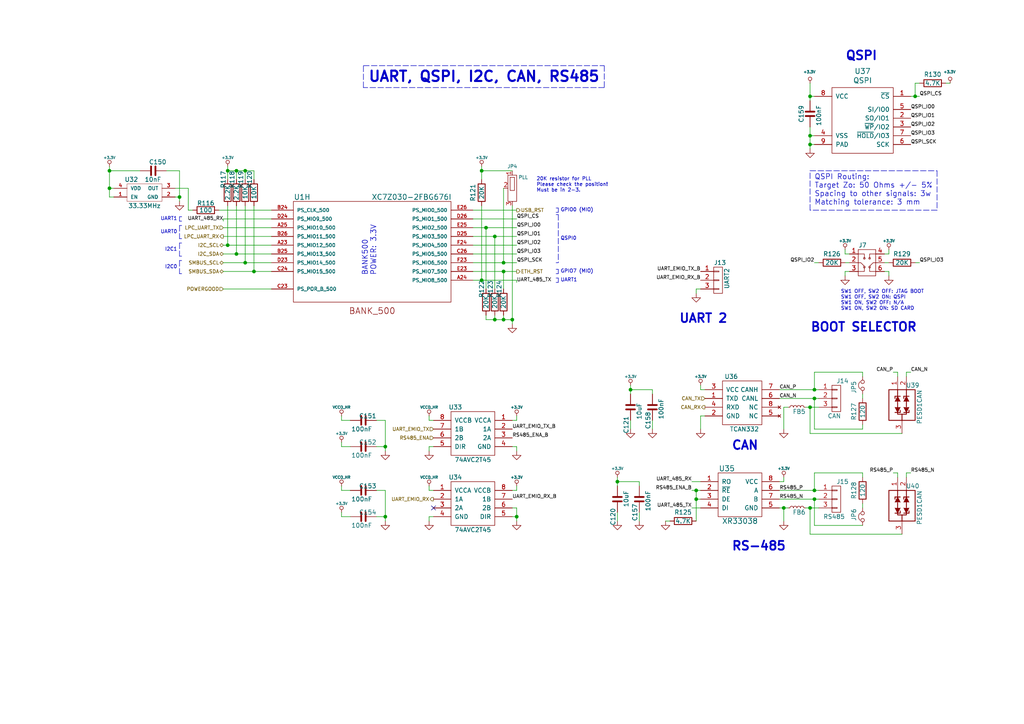
<source format=kicad_sch>
(kicad_sch (version 20231120) (generator "eeschema") (generator_version "8.0")
  (paper "A4")
  (title_block (title "CIAA-ACC UART, QSPI, I2C, CAN, RS485 ") (date "2019-08-28") (rev "V1.4") (company "COMPUTADORA INDUSTRIAL ABIERTA ARGENTINA. CIAA-ACC (HPC)") (comment 1 "Authors: See 'doc/CHANGES.txt' file.      License: See 'doc/LICENCIA_CIAA_ACC.txt' file."))
  (lib_symbols
    (symbol "CIAA_ACC:+3.3V" (power) (pin_names (offset 1.016))
      (property "Value" "+3.3V" (at 0 2.286 0))
      (symbol "+3.3V_0_0"
        (pin power_in line (at 0 0 90) (length 0) hide (name "+3.3V") (number "1"))
      )
    )
    (symbol "CIAA_ACC:74AVC2T45" (pin_names (offset 1.016))
      (property "Reference" "U" (at -5.08 5.08 0))
      (property "Value" "74AVC2T45" (at 0 -10.16 0))
      (symbol "74AVC2T45_1_1"
        (pin power_in line (at -11.43 1.27 0) (length 5.08) (name "VCCA") (number "1"))
        (pin bidirectional line (at -11.43 -1.27 0) (length 5.08) (name "1A") (number "2"))
        (pin bidirectional line (at -11.43 -3.81 0) (length 5.08) (name "2A") (number "3"))
        (pin power_in line (at -11.43 -6.35 0) (length 5.08) (name "GND") (number "4"))
        (pin input line (at 11.43 -6.35 180) (length 5.08) (name "DIR") (number "5"))
        (pin bidirectional line (at 11.43 -3.81 180) (length 5.08) (name "2B") (number "6"))
        (pin bidirectional line (at 11.43 -1.27 180) (length 5.08) (name "1B") (number "7"))
        (pin power_in line (at 11.43 1.27 180) (length 5.08) (name "VCCB") (number "8"))
      )
    )
    (symbol "CIAA_ACC:C" (pin_numbers hide) (pin_names (offset 0.254))
      (property "Reference" "C" (at 0.635 2.54 0))
      (property "Value" "C" (at 0.635 -2.54 0))
      (symbol "C_1_1"
        (pin passive line (at 0 3.81 270) (length 2.794) (name "~") (number "1"))
        (pin passive line (at 0 -3.81 90) (length 2.794) (name "~") (number "2"))
      )
    )
    (symbol "CIAA_ACC:CAS-D20TA" (pin_names (offset 0.0254) hide)
      (property "Reference" "J" (at -1.524 2.54 0))
      (property "Value" "CAS-D20TA" (at -0.254 -7.62 0))
      (symbol "CAS-D20TA_1_1"
        (pin passive line (at -5.08 0 0) (length 2.54) (name "1") (number "1"))
        (pin passive line (at -5.08 -2.54 0) (length 2.54) (name "2") (number "2"))
        (pin passive line (at -5.08 -5.08 0) (length 2.54) (name "3") (number "3"))
        (pin passive line (at 5.08 0 180) (length 2.54) (name "4") (number "4"))
        (pin passive line (at 5.08 -2.54 180) (length 2.54) (name "5") (number "5"))
        (pin passive line (at 5.08 -5.08 180) (length 2.54) (name "6") (number "6"))
      )
    )
    (symbol "CIAA_ACC:CONN_01X03" (pin_names (offset 1.016) hide)
      (property "Reference" "J" (at 0 5.08 0))
      (property "Value" "CONN_01X03" (at 2.54 0 90))
      (symbol "CONN_01X03_1_1"
        (pin passive line (at -5.08 2.54 0) (length 3.81) (name "P1") (number "1"))
        (pin passive line (at -5.08 0 0) (length 3.81) (name "P2") (number "2"))
        (pin passive line (at -5.08 -2.54 0) (length 3.81) (name "P3") (number "3"))
      )
    )
    (symbol "CIAA_ACC:GND" (power) (pin_names (offset 0))
      (property "Value" "GND" (at 0 -3.81 0))
      (symbol "GND_1_1"
        (pin power_in line (at 0 0 270) (length 0) hide (name "GND") (number "1"))
      )
    )
    (symbol "CIAA_ACC:JUMPER" (pin_numbers hide) (pin_names (offset 0.762) hide)
      (property "Reference" "JP" (at 0 2.032 0))
      (symbol "JUMPER_0_1"
        (pin passive line (at -2.54 0 0) (length 1.016) (name "1") (number "1"))
        (pin passive line (at 2.54 0 180) (length 1.016) (name "2") (number "2"))
      )
    )
    (symbol "CIAA_ACC:JUMPER3_SMD" (pin_names (offset 1.016) hide)
      (property "Reference" "JP" (at 2.54 2.54 0))
      (property "Value" "JUMPER3_SMD" (at -0.635 -2.54 0))
      (symbol "JUMPER3_SMD_1_1"
        (pin passive line (at -5.08 0 0) (length 1.27) (name "1") (number "1"))
        (pin passive line (at 0 2.54 270) (length 1.27) (name "2") (number "2"))
        (pin passive line (at 5.08 0 180) (length 1.27) (name "3") (number "3"))
      )
    )
    (symbol "CIAA_ACC:L" (pin_numbers hide) (pin_names (offset 0.254) hide)
      (property "Reference" "L" (at 0.762 1.016 0))
      (property "Value" "L" (at 0.762 -1.016 0))
      (symbol "L_1_1"
        (pin passive line (at 0 2.54 270) (length 0.508) (name "~") (number "1"))
        (pin passive line (at 0 -2.54 90) (length 0.508) (name "~") (number "2"))
      )
    )
    (symbol "CIAA_ACC:OSCILLATOR" (pin_names (offset 1.016))
      (property "Reference" "U" (at -3.81 3.81 0))
      (property "Value" "OSCILLATOR" (at 0 -3.81 0))
      (symbol "OSCILLATOR_1_1"
        (pin input line (at -8.89 -1.27 0) (length 3.81) (name "EN") (number "1"))
        (pin power_in line (at 8.89 -1.27 180) (length 3.81) (name "GND") (number "2"))
        (pin output line (at 8.89 1.27 180) (length 3.81) (name "OUT") (number "3"))
        (pin power_in line (at -8.89 1.27 0) (length 3.81) (name "VDD") (number "4"))
      )
    )
    (symbol "CIAA_ACC:PESD1CAN" (pin_names (offset 1.016))
      (property "Reference" "U" (at 3.81 5.08 0))
      (property "Value" "PESD1CAN" (at 5.08 -6.35 0))
      (symbol "PESD1CAN_1_1"
        (pin passive line (at -1.27 7.62 270) (length 3.81) (name "~") (number "1"))
        (pin passive line (at 1.27 7.62 270) (length 3.81) (name "~") (number "2"))
        (pin passive line (at 0 -8.89 90) (length 3.81) (name "~") (number "3"))
      )
    )
    (symbol "CIAA_ACC:QSPI" (pin_names (offset 1.016))
      (property "Reference" "U" (at -7.62 1.27 0))
      (property "Value" "QSPI" (at 0 -20.32 0))
      (symbol "QSPI_1_1"
        (pin input line (at 13.97 -2.54 180) (length 5.08) (name "~{CS}") (number "1"))
        (pin bidirectional line (at 13.97 -8.89 180) (length 5.08) (name "SO/IO1") (number "2"))
        (pin bidirectional line (at 13.97 -11.43 180) (length 5.08) (name "~{WP}/IO2") (number "3"))
        (pin power_in line (at -13.97 -13.97 0) (length 5.08) (name "VSS") (number "4"))
        (pin bidirectional line (at 13.97 -6.35 180) (length 5.08) (name "SI/IO0") (number "5"))
        (pin bidirectional line (at 13.97 -16.51 180) (length 5.08) (name "SCK") (number "6"))
        (pin bidirectional line (at 13.97 -13.97 180) (length 5.08) (name "~{HOLD}/IO3") (number "7"))
        (pin power_in line (at -13.97 -2.54 0) (length 5.08) (name "VCC") (number "8"))
        (pin power_in line (at -13.97 -16.51 0) (length 5.08) (name "PAD") (number "9"))
      )
    )
    (symbol "CIAA_ACC:R" (pin_numbers hide) (pin_names (offset 0))
      (property "Reference" "R" (at 2.032 0 90))
      (property "Value" "R" (at 0 0 90))
      (symbol "R_1_1"
        (pin passive line (at 0 3.81 270) (length 1.27) (name "~") (number "1"))
        (pin passive line (at 0 -3.81 90) (length 1.27) (name "~") (number "2"))
      )
    )
    (symbol "CIAA_ACC:TCAN332" (pin_names (offset 1.016))
      (property "Reference" "U" (at -2.54 3.81 0))
      (property "Value" "TCAN332" (at 0 -11.43 0))
      (symbol "TCAN332_1_1"
        (pin input line (at -10.16 -2.54 0) (length 5.08) (name "TXD") (number "1"))
        (pin power_in line (at -10.16 -7.62 0) (length 5.08) (name "GND") (number "2"))
        (pin power_in line (at -10.16 0 0) (length 5.08) (name "VCC") (number "3"))
        (pin output line (at -10.16 -5.08 0) (length 5.08) (name "RXD") (number "4"))
        (pin no_connect line (at 11.43 -7.62 180) (length 5.08) (name "NC") (number "5"))
        (pin bidirectional line (at 11.43 -2.54 180) (length 5.08) (name "CANL") (number "6"))
        (pin bidirectional line (at 11.43 0 180) (length 5.08) (name "CANH") (number "7"))
        (pin no_connect line (at 11.43 -5.08 180) (length 5.08) (name "NC") (number "8"))
      )
    )
    (symbol "CIAA_ACC:VCCO_HR" (power) (pin_names (offset 1.016))
      (property "Value" "VCCO_HR" (at 0 2.286 0))
      (symbol "VCCO_HR_0_0"
        (pin power_in line (at 0 0 90) (length 0) hide (name "VCCO_HR") (number "1"))
      )
    )
    (symbol "CIAA_ACC:XR33038" (pin_names (offset 1.016))
      (property "Reference" "U" (at 1.27 1.27 0))
      (property "Value" "XR33038" (at 6.35 -13.97 0))
      (symbol "XR33038_1_1"
        (pin output line (at -5.08 -2.54 0) (length 5.08) (name "RO") (number "1"))
        (pin input line (at -5.08 -5.08 0) (length 5.08) (name "~{RE}") (number "2"))
        (pin input line (at -5.08 -7.62 0) (length 5.08) (name "DE") (number "3"))
        (pin input line (at -5.08 -10.16 0) (length 5.08) (name "DI") (number "4"))
        (pin power_in line (at 17.78 -10.16 180) (length 5.08) (name "GND") (number "5"))
        (pin bidirectional line (at 17.78 -5.08 180) (length 5.08) (name "A") (number "6"))
        (pin bidirectional line (at 17.78 -7.62 180) (length 5.08) (name "B") (number "7"))
        (pin power_in line (at 17.78 -2.54 180) (length 5.08) (name "VCC") (number "8"))
      )
    )
    (symbol "XC7Z030_FBG676:XC7Z030_FBG676" (pin_names (offset 1.016))
      (property "Reference" "U" (at 0 2.54 0))
      (property "Value" "XC7Z030_FBG676" (at 0 0 0))
      (symbol "XC7Z030_FBG676_1_0"
        (text "BANK_0" (at 0 -38.1 0) (effects (font (size 1.778 1.778))))
      )
      (symbol "XC7Z030_FBG676_1_1"
        (pin power_in line (at 29.21 3.81 180) (length 6.35) (name "GNDADC_0") (number "M13"))
        (pin power_in line (at 29.21 -19.05 180) (length 6.35) (name "VCCADC_0") (number "M14"))
        (pin input line (at 29.21 -29.21 180) (length 6.35) (name "VREFN_0") (number "N13"))
        (pin input line (at 29.21 -26.67 180) (length 6.35) (name "VP_0") (number "N14"))
        (pin input line (at 29.21 -24.13 180) (length 6.35) (name "VN_0") (number "P13"))
        (pin input line (at 29.21 -31.75 180) (length 6.35) (name "VREFP_0") (number "P14"))
        (pin input line (at 29.21 8.89 180) (length 6.35) (name "DXN_0") (number "R13"))
        (pin input line (at 29.21 6.35 180) (length 6.35) (name "DXP_0") (number "R14"))
        (pin bidirectional line (at -29.21 13.97 0) (length 6.35) (name "INIT_B_0") (number "R8"))
        (pin input line (at 29.21 13.97 180) (length 6.35) (name "CFGBVS_0") (number "T7"))
        (pin power_in line (at 29.21 -6.35 180) (length 6.35) (name "RSVDVCC3") (number "U8"))
        (pin input line (at 29.21 -11.43 180) (length 6.35) (name "TDI_0") (number "V11"))
        (pin power_in line (at 29.21 1.27 180) (length 6.35) (name "RSVDGND") (number "V13"))
        (pin power_in line (at 29.21 -21.59 180) (length 6.35) (name "VCCBATT_0") (number "V15"))
        (pin power_in line (at 29.21 -3.81 180) (length 6.35) (name "RSVDVCC2") (number "V8"))
        (pin input line (at -29.21 11.43 0) (length 6.35) (name "PROGRAM_B_0") (number "V9"))
        (pin output line (at 29.21 -13.97 180) (length 6.35) (name "TDO_0") (number "W10"))
        (pin input line (at 29.21 -16.51 180) (length 6.35) (name "TMS_0") (number "W11"))
        (pin input line (at 29.21 -8.89 180) (length 6.35) (name "TCK_0") (number "W12"))
        (pin power_in line (at 29.21 -1.27 180) (length 6.35) (name "RSVDVCC1") (number "W8"))
        (pin bidirectional line (at 29.21 11.43 180) (length 6.35) (name "DONE_0") (number "W9"))
      )
      (symbol "XC7Z030_FBG676_2_0"
        (text "BANK_12" (at 0 -36.83 0) (effects (font (size 1.778 1.778))))
      )
      (symbol "XC7Z030_FBG676_2_1"
        (pin bidirectional line (at 29.21 17.78 180) (length 6.35) (name "IO_L3N_T0_DQS_12") (number "AA10"))
        (pin bidirectional line (at 29.21 2.54 180) (length 6.35) (name "IO_L6N_T0_VREF_12") (number "AA12"))
        (pin bidirectional line (at 29.21 0 180) (length 6.35) (name "IO_L6P_T0_12") (number "AA13"))
        (pin bidirectional line (at -29.21 -17.78 0) (length 6.35) (name "IO_L22N_T3_12") (number "AA14"))
        (pin bidirectional line (at -29.21 -20.32 0) (length 6.35) (name "IO_L22P_T3_12") (number "AA15"))
        (pin bidirectional line (at -29.21 -2.54 0) (length 6.35) (name "IO_L19N_T3_VREF_12") (number "AA17"))
        (pin bidirectional line (at 29.21 12.7 180) (length 6.35) (name "IO_L4N_T0_12") (number "AB10"))
        (pin bidirectional line (at 29.21 10.16 180) (length 6.35) (name "IO_L4P_T0_12") (number "AB11"))
        (pin bidirectional line (at 29.21 20.32 180) (length 6.35) (name "IO_L2P_T0_12") (number "AB12"))
        (pin bidirectional line (at -29.21 22.86 0) (length 6.35) (name "IO_L14N_T2_SRCC_12") (number "AB14"))
        (pin bidirectional line (at -29.21 20.32 0) (length 6.35) (name "IO_L14P_T2_SRCC_12") (number "AB15"))
        (pin bidirectional line (at -29.21 -7.62 0) (length 6.35) (name "IO_L20N_T3_12") (number "AB16"))
        (pin bidirectional line (at -29.21 -10.16 0) (length 6.35) (name "IO_L20P_T3_12") (number "AB17"))
        (pin bidirectional line (at 29.21 22.86 180) (length 6.35) (name "IO_L2N_T0_12") (number "AC11"))
        (pin bidirectional line (at 29.21 -25.4 180) (length 6.35) (name "IO_L11P_T1_SRCC_12") (number "AC12"))
        (pin bidirectional line (at -29.21 30.48 0) (length 6.35) (name "IO_L12P_T1_MRCC_12") (number "AC13"))
        (pin bidirectional line (at -29.21 25.4 0) (length 6.35) (name "IO_L13P_T2_MRCC_12") (number "AC14"))
        (pin bidirectional line (at -29.21 -12.7 0) (length 6.35) (name "IO_L21N_T3_DQS_12") (number "AC16"))
        (pin bidirectional line (at -29.21 -15.24 0) (length 6.35) (name "IO_L21P_T3_DQS_12") (number "AC17"))
        (pin bidirectional line (at 29.21 -2.54 180) (length 6.35) (name "IO_L7N_T1_12") (number "AD10"))
        (pin bidirectional line (at 29.21 -22.86 180) (length 6.35) (name "IO_L11N_T1_SRCC_12") (number "AD11"))
        (pin bidirectional line (at -29.21 33.02 0) (length 6.35) (name "IO_L12N_T1_MRCC_12") (number "AD13"))
        (pin bidirectional line (at -29.21 27.94 0) (length 6.35) (name "IO_L13N_T2_MRCC_12") (number "AD14"))
        (pin bidirectional line (at -29.21 17.78 0) (length 6.35) (name "IO_L15N_T2_DQS_12") (number "AD15"))
        (pin bidirectional line (at -29.21 15.24 0) (length 6.35) (name "IO_L15P_T2_DQS_12") (number "AD16"))
        (pin bidirectional line (at 29.21 -5.08 180) (length 6.35) (name "IO_L7P_T1_12") (number "AE10"))
        (pin bidirectional line (at 29.21 -15.24 180) (length 6.35) (name "IO_L9P_T1_DQS_12") (number "AE11"))
        (pin bidirectional line (at 29.21 -10.16 180) (length 6.35) (name "IO_L8P_T1_12") (number "AE12"))
        (pin bidirectional line (at 29.21 -20.32 180) (length 6.35) (name "IO_L10P_T1_12") (number "AE13"))
        (pin bidirectional line (at -29.21 7.62 0) (length 6.35) (name "IO_L17N_T2_12") (number "AE15"))
        (pin bidirectional line (at -29.21 5.08 0) (length 6.35) (name "IO_L17P_T2_12") (number "AE16"))
        (pin bidirectional line (at -29.21 0 0) (length 6.35) (name "IO_L18P_T2_12") (number "AE17"))
        (pin bidirectional line (at 29.21 -12.7 180) (length 6.35) (name "IO_L9N_T1_DQS_12") (number "AF10"))
        (pin bidirectional line (at 29.21 -7.62 180) (length 6.35) (name "IO_L8N_T1_12") (number "AF12"))
        (pin bidirectional line (at 29.21 -17.78 180) (length 6.35) (name "IO_L10N_T1_12") (number "AF13"))
        (pin bidirectional line (at -29.21 12.7 0) (length 6.35) (name "IO_L16N_T2_12") (number "AF14"))
        (pin bidirectional line (at -29.21 10.16 0) (length 6.35) (name "IO_L16P_T2_12") (number "AF15"))
        (pin bidirectional line (at -29.21 2.54 0) (length 6.35) (name "IO_L18N_T2_12") (number "AF17"))
        (pin bidirectional line (at 29.21 5.08 180) (length 6.35) (name "IO_L5P_T0_12") (number "W13"))
        (pin bidirectional line (at 29.21 33.02 180) (length 6.35) (name "IO_0_12") (number "W14"))
        (pin bidirectional line (at -29.21 -27.94 0) (length 6.35) (name "IO_L24N_T3_12") (number "W15"))
        (pin bidirectional line (at -29.21 -30.48 0) (length 6.35) (name "IO_L24P_T3_12") (number "W16"))
        (pin bidirectional line (at 29.21 30.48 180) (length 6.35) (name "IO_25_12") (number "W17"))
        (pin bidirectional line (at 29.21 15.24 180) (length 6.35) (name "IO_L3P_T0_DQS_12") (number "Y10"))
        (pin bidirectional line (at 29.21 27.94 180) (length 6.35) (name "IO_L1N_T0_12") (number "Y11"))
        (pin bidirectional line (at 29.21 25.4 180) (length 6.35) (name "IO_L1P_T0_12") (number "Y12"))
        (pin bidirectional line (at 29.21 7.62 180) (length 6.35) (name "IO_L5N_T0_12") (number "Y13"))
        (pin bidirectional line (at -29.21 -22.86 0) (length 6.35) (name "IO_L23N_T3_12") (number "Y15"))
        (pin bidirectional line (at -29.21 -25.4 0) (length 6.35) (name "IO_L23P_T3_12") (number "Y16"))
        (pin bidirectional line (at -29.21 -5.08 0) (length 6.35) (name "IO_L19P_T3_12") (number "Y17"))
      )
      (symbol "XC7Z030_FBG676_3_0"
        (text "BANK_13" (at 0 -36.83 0) (effects (font (size 1.778 1.778))))
      )
      (symbol "XC7Z030_FBG676_3_1"
        (pin bidirectional line (at -29.21 -27.94 0) (length 6.35) (name "IO_L24N_T3_13") (number "AA18"))
        (pin bidirectional line (at -29.21 -20.32 0) (length 6.35) (name "IO_L22P_T3_13") (number "AA19"))
        (pin bidirectional line (at -29.21 -10.16 0) (length 6.35) (name "IO_L20P_T3_13") (number "AA20"))
        (pin bidirectional line (at 29.21 -20.32 180) (length 6.35) (name "IO_L10P_T1_13") (number "AA22"))
        (pin bidirectional line (at 29.21 -17.78 180) (length 6.35) (name "IO_L10N_T1_13") (number "AA23"))
        (pin bidirectional line (at 29.21 0 180) (length 6.35) (name "IO_L6P_T0_13") (number "AA24"))
        (pin bidirectional line (at 29.21 25.4 180) (length 6.35) (name "IO_L1P_T0_13") (number "AA25"))
        (pin bidirectional line (at -29.21 -17.78 0) (length 6.35) (name "IO_L22N_T3_13") (number "AB19"))
        (pin bidirectional line (at -29.21 -7.62 0) (length 6.35) (name "IO_L20N_T3_13") (number "AB20"))
        (pin bidirectional line (at 29.21 -15.24 180) (length 6.35) (name "IO_L9P_T1_DQS_13") (number "AB21"))
        (pin bidirectional line (at 29.21 -12.7 180) (length 6.35) (name "IO_L9N_T1_DQS_13") (number "AB22"))
        (pin bidirectional line (at 29.21 2.54 180) (length 6.35) (name "IO_L6N_T0_VREF_13") (number "AB24"))
        (pin bidirectional line (at 29.21 27.94 180) (length 6.35) (name "IO_L1N_T0_13") (number "AB25"))
        (pin bidirectional line (at 29.21 20.32 180) (length 6.35) (name "IO_L2P_T0_13") (number "AB26"))
        (pin bidirectional line (at -29.21 -15.24 0) (length 6.35) (name "IO_L21P_T3_DQS_13") (number "AC18"))
        (pin bidirectional line (at -29.21 -12.7 0) (length 6.35) (name "IO_L21N_T3_DQS_13") (number "AC19"))
        (pin bidirectional line (at -29.21 20.32 0) (length 6.35) (name "IO_L14P_T2_SRCC_13") (number "AC21"))
        (pin bidirectional line (at -29.21 22.86 0) (length 6.35) (name "IO_L14N_T2_SRCC_13") (number "AC22"))
        (pin bidirectional line (at -29.21 30.48 0) (length 6.35) (name "IO_L12P_T1_MRCC_13") (number "AC23"))
        (pin bidirectional line (at -29.21 33.02 0) (length 6.35) (name "IO_L12N_T1_MRCC_13") (number "AC24"))
        (pin bidirectional line (at 29.21 22.86 180) (length 6.35) (name "IO_L2N_T0_13") (number "AC26"))
        (pin bidirectional line (at -29.21 5.08 0) (length 6.35) (name "IO_L17P_T2_13") (number "AD18"))
        (pin bidirectional line (at -29.21 7.62 0) (length 6.35) (name "IO_L17N_T2_13") (number "AD19"))
        (pin bidirectional line (at -29.21 25.4 0) (length 6.35) (name "IO_L13P_T2_MRCC_13") (number "AD20"))
        (pin bidirectional line (at -29.21 27.94 0) (length 6.35) (name "IO_L13N_T2_MRCC_13") (number "AD21"))
        (pin bidirectional line (at 29.21 -25.4 180) (length 6.35) (name "IO_L11P_T1_SRCC_13") (number "AD23"))
        (pin bidirectional line (at 29.21 -22.86 180) (length 6.35) (name "IO_L11N_T1_SRCC_13") (number "AD24"))
        (pin bidirectional line (at 29.21 10.16 180) (length 6.35) (name "IO_L4P_T0_13") (number "AD25"))
        (pin bidirectional line (at 29.21 12.7 180) (length 6.35) (name "IO_L4N_T0_13") (number "AD26"))
        (pin bidirectional line (at -29.21 0 0) (length 6.35) (name "IO_L18P_T2_13") (number "AE18"))
        (pin bidirectional line (at -29.21 10.16 0) (length 6.35) (name "IO_L16P_T2_13") (number "AE20"))
        (pin bidirectional line (at -29.21 12.7 0) (length 6.35) (name "IO_L16N_T2_13") (number "AE21"))
        (pin bidirectional line (at 29.21 -5.08 180) (length 6.35) (name "IO_L7P_T1_13") (number "AE22"))
        (pin bidirectional line (at 29.21 -10.16 180) (length 6.35) (name "IO_L8P_T1_13") (number "AE23"))
        (pin bidirectional line (at 29.21 15.24 180) (length 6.35) (name "IO_L3P_T0_DQS_13") (number "AE25"))
        (pin bidirectional line (at 29.21 17.78 180) (length 6.35) (name "IO_L3N_T0_DQS_13") (number "AE26"))
        (pin bidirectional line (at -29.21 2.54 0) (length 6.35) (name "IO_L18N_T2_13") (number "AF18"))
        (pin bidirectional line (at -29.21 15.24 0) (length 6.35) (name "IO_L15P_T2_DQS_13") (number "AF19"))
        (pin bidirectional line (at -29.21 17.78 0) (length 6.35) (name "IO_L15N_T2_DQS_13") (number "AF20"))
        (pin bidirectional line (at 29.21 -2.54 180) (length 6.35) (name "IO_L7N_T1_13") (number "AF22"))
        (pin bidirectional line (at 29.21 -7.62 180) (length 6.35) (name "IO_L8N_T1_13") (number "AF23"))
        (pin bidirectional line (at 29.21 5.08 180) (length 6.35) (name "IO_L5P_T0_13") (number "AF24"))
        (pin bidirectional line (at 29.21 7.62 180) (length 6.35) (name "IO_L5N_T0_13") (number "AF25"))
        (pin bidirectional line (at 29.21 30.48 180) (length 6.35) (name "IO_25_13") (number "V18"))
        (pin bidirectional line (at 29.21 33.02 180) (length 6.35) (name "IO_0_13") (number "V19"))
        (pin bidirectional line (at -29.21 -25.4 0) (length 6.35) (name "IO_L23P_T3_13") (number "W18"))
        (pin bidirectional line (at -29.21 -22.86 0) (length 6.35) (name "IO_L23N_T3_13") (number "W19"))
        (pin bidirectional line (at -29.21 -5.08 0) (length 6.35) (name "IO_L19P_T3_13") (number "W20"))
        (pin bidirectional line (at -29.21 -30.48 0) (length 6.35) (name "IO_L24P_T3_13") (number "Y18"))
        (pin bidirectional line (at -29.21 -2.54 0) (length 6.35) (name "IO_L19N_T3_VREF_13") (number "Y20"))
      )
      (symbol "XC7Z030_FBG676_4_0"
        (text "BANK_33" (at 0 -36.83 0) (effects (font (size 1.778 1.778))))
      )
      (symbol "XC7Z030_FBG676_4_1"
        (pin bidirectional line (at 29.21 12.7 180) (length 6.35) (name "IO_L4N_T0_33") (number "C1"))
        (pin bidirectional line (at 29.21 10.16 180) (length 6.35) (name "IO_L4P_T0_33") (number "D1"))
        (pin bidirectional line (at 29.21 22.86 180) (length 6.35) (name "IO_L2N_T0_33") (number "D3"))
        (pin bidirectional line (at 29.21 20.32 180) (length 6.35) (name "IO_L2P_T0_33") (number "D4"))
        (pin bidirectional line (at 29.21 7.62 180) (length 6.35) (name "IO_L5N_T0_33") (number "E1"))
        (pin bidirectional line (at 29.21 5.08 180) (length 6.35) (name "IO_L5P_T0_33") (number "E2"))
        (pin bidirectional line (at 29.21 2.54 180) (length 6.35) (name "IO_L6N_T0_VREF_33") (number "E3"))
        (pin bidirectional line (at 29.21 17.78 180) (length 6.35) (name "IO_L3N_T0_DQS_33") (number "F2"))
        (pin bidirectional line (at 29.21 0 180) (length 6.35) (name "IO_L6P_T0_33") (number "F3"))
        (pin bidirectional line (at 29.21 27.94 180) (length 6.35) (name "IO_L1N_T0_33") (number "F4"))
        (pin bidirectional line (at 29.21 -17.78 180) (length 6.35) (name "IO_L10N_T1_33") (number "G1"))
        (pin bidirectional line (at 29.21 15.24 180) (length 6.35) (name "IO_L3P_T0_DQS_33") (number "G2"))
        (pin bidirectional line (at 29.21 25.4 180) (length 6.35) (name "IO_L1P_T0_33") (number "G4"))
        (pin bidirectional line (at 29.21 -2.54 180) (length 6.35) (name "IO_L7N_T1_33") (number "H1"))
        (pin bidirectional line (at 29.21 -20.32 180) (length 6.35) (name "IO_L10P_T1_33") (number "H2"))
        (pin bidirectional line (at 29.21 -7.62 180) (length 6.35) (name "IO_L8N_T1_33") (number "H3"))
        (pin bidirectional line (at 29.21 -10.16 180) (length 6.35) (name "IO_L8P_T1_33") (number "H4"))
        (pin bidirectional line (at 29.21 -5.08 180) (length 6.35) (name "IO_L7P_T1_33") (number "J1"))
        (pin bidirectional line (at -29.21 33.02 0) (length 6.35) (name "IO_L12N_T1_MRCC_33") (number "J3"))
        (pin bidirectional line (at -29.21 30.48 0) (length 6.35) (name "IO_L12P_T1_MRCC_33") (number "J4"))
        (pin bidirectional line (at -29.21 -7.62 0) (length 6.35) (name "IO_L20N_T3_33") (number "J5"))
        (pin bidirectional line (at -29.21 -17.78 0) (length 6.35) (name "IO_L22N_T3_33") (number "J6"))
        (pin bidirectional line (at 29.21 -12.7 180) (length 6.35) (name "IO_L9N_T1_DQS_33") (number "K1"))
        (pin bidirectional line (at 29.21 -15.24 180) (length 6.35) (name "IO_L9P_T1_DQS_33") (number "K2"))
        (pin bidirectional line (at 29.21 -22.86 180) (length 6.35) (name "IO_L11N_T1_SRCC_33") (number "K3"))
        (pin bidirectional line (at -29.21 -10.16 0) (length 6.35) (name "IO_L20P_T3_33") (number "K5"))
        (pin bidirectional line (at -29.21 -20.32 0) (length 6.35) (name "IO_L22P_T3_33") (number "K6"))
        (pin bidirectional line (at -29.21 -27.94 0) (length 6.35) (name "IO_L24N_T3_33") (number "K7"))
        (pin bidirectional line (at -29.21 -30.48 0) (length 6.35) (name "IO_L24P_T3_33") (number "K8"))
        (pin bidirectional line (at -29.21 12.7 0) (length 6.35) (name "IO_L16N_T2_33") (number "L2"))
        (pin bidirectional line (at 29.21 -25.4 180) (length 6.35) (name "IO_L11P_T1_SRCC_33") (number "L3"))
        (pin bidirectional line (at -29.21 22.86 0) (length 6.35) (name "IO_L14N_T2_SRCC_33") (number "L4"))
        (pin bidirectional line (at -29.21 20.32 0) (length 6.35) (name "IO_L14P_T2_SRCC_33") (number "L5"))
        (pin bidirectional line (at -29.21 -2.54 0) (length 6.35) (name "IO_L19N_T3_VREF_33") (number "L7"))
        (pin bidirectional line (at -29.21 -12.7 0) (length 6.35) (name "IO_L21N_T3_DQS_33") (number "L8"))
        (pin bidirectional line (at 29.21 33.02 180) (length 6.35) (name "IO_0_VRN_33") (number "L9"))
        (pin bidirectional line (at -29.21 2.54 0) (length 6.35) (name "IO_L18N_T2_33") (number "M1"))
        (pin bidirectional line (at -29.21 10.16 0) (length 6.35) (name "IO_L16P_T2_33") (number "M2"))
        (pin bidirectional line (at -29.21 7.62 0) (length 6.35) (name "IO_L17N_T2_33") (number "M4"))
        (pin bidirectional line (at -29.21 27.94 0) (length 6.35) (name "IO_L13N_T2_MRCC_33") (number "M5"))
        (pin bidirectional line (at -29.21 25.4 0) (length 6.35) (name "IO_L13P_T2_MRCC_33") (number "M6"))
        (pin bidirectional line (at -29.21 -5.08 0) (length 6.35) (name "IO_L19P_T3_33") (number "M7"))
        (pin bidirectional line (at -29.21 -15.24 0) (length 6.35) (name "IO_L21P_T3_DQS_33") (number "M8"))
        (pin bidirectional line (at -29.21 0 0) (length 6.35) (name "IO_L18P_T2_33") (number "N1"))
        (pin bidirectional line (at -29.21 17.78 0) (length 6.35) (name "IO_L15N_T2_DQS_33") (number "N2"))
        (pin bidirectional line (at -29.21 15.24 0) (length 6.35) (name "IO_L15P_T2_DQS_33") (number "N3"))
        (pin bidirectional line (at -29.21 5.08 0) (length 6.35) (name "IO_L17P_T2_33") (number "N4"))
        (pin bidirectional line (at -29.21 -22.86 0) (length 6.35) (name "IO_L23N_T3_33") (number "N6"))
        (pin bidirectional line (at -29.21 -25.4 0) (length 6.35) (name "IO_L23P_T3_33") (number "N7"))
        (pin bidirectional line (at 29.21 30.48 180) (length 6.35) (name "IO_25_VRP_33") (number "N8"))
      )
      (symbol "XC7Z030_FBG676_5_0"
        (text "BANK_34" (at 0 -39.37 0) (effects (font (size 1.778 1.778))))
      )
      (symbol "XC7Z030_FBG676_5_1"
        (pin bidirectional line (at -29.21 10.16 0) (length 6.35) (name "IO_L16N_T2_34") (number "A10"))
        (pin bidirectional line (at -29.21 -30.48 0) (length 6.35) (name "IO_L24N_T3_34") (number "A2"))
        (pin bidirectional line (at -29.21 -20.32 0) (length 6.35) (name "IO_L22N_T3_34") (number "A3"))
        (pin bidirectional line (at -29.21 -22.86 0) (length 6.35) (name "IO_L22P_T3_34") (number "A4"))
        (pin bidirectional line (at -29.21 -15.24 0) (length 6.35) (name "IO_L21N_T3_DQS_34") (number "A5"))
        (pin bidirectional line (at -29.21 0 0) (length 6.35) (name "IO_L18N_T2_34") (number "A7"))
        (pin bidirectional line (at -29.21 5.08 0) (length 6.35) (name "IO_L17N_T2_34") (number "A8"))
        (pin bidirectional line (at -29.21 2.54 0) (length 6.35) (name "IO_L17P_T2_34") (number "A9"))
        (pin bidirectional line (at -29.21 -25.4 0) (length 6.35) (name "IO_L23N_T3_34") (number "B1"))
        (pin bidirectional line (at -29.21 7.62 0) (length 6.35) (name "IO_L16P_T2_34") (number "B10"))
        (pin bidirectional line (at -29.21 -33.02 0) (length 6.35) (name "IO_L24P_T3_34") (number "B2"))
        (pin bidirectional line (at -29.21 -10.16 0) (length 6.35) (name "IO_L20N_T3_34") (number "B4"))
        (pin bidirectional line (at -29.21 -12.7 0) (length 6.35) (name "IO_L20P_T3_34") (number "B5"))
        (pin bidirectional line (at -29.21 -17.78 0) (length 6.35) (name "IO_L21P_T3_DQS_34") (number "B6"))
        (pin bidirectional line (at -29.21 -2.54 0) (length 6.35) (name "IO_L18P_T2_34") (number "B7"))
        (pin bidirectional line (at -29.21 15.24 0) (length 6.35) (name "IO_L15N_T2_DQS_34") (number "B9"))
        (pin bidirectional line (at -29.21 -27.94 0) (length 6.35) (name "IO_L23P_T3_34") (number "C2"))
        (pin bidirectional line (at -29.21 -5.08 0) (length 6.35) (name "IO_L19N_T3_VREF_34") (number "C3"))
        (pin bidirectional line (at -29.21 -7.62 0) (length 6.35) (name "IO_L19P_T3_34") (number "C4"))
        (pin bidirectional line (at -29.21 20.32 0) (length 6.35) (name "IO_L14N_T2_SRCC_34") (number "C6"))
        (pin bidirectional line (at -29.21 25.4 0) (length 6.35) (name "IO_L13N_T2_MRCC_34") (number "C7"))
        (pin bidirectional line (at -29.21 22.86 0) (length 6.35) (name "IO_L13P_T2_MRCC_34") (number "C8"))
        (pin bidirectional line (at -29.21 12.7 0) (length 6.35) (name "IO_L15P_T2_DQS_34") (number "C9"))
        (pin bidirectional line (at 29.21 -15.24 180) (length 6.35) (name "IO_L10N_T1_34") (number "D5"))
        (pin bidirectional line (at -29.21 17.78 0) (length 6.35) (name "IO_L14P_T2_SRCC_34") (number "D6"))
        (pin bidirectional line (at 29.21 -5.08 180) (length 6.35) (name "IO_L8N_T1_34") (number "D8"))
        (pin bidirectional line (at 29.21 -7.62 180) (length 6.35) (name "IO_L8P_T1_34") (number "D9"))
        (pin bidirectional line (at 29.21 0 180) (length 6.35) (name "IO_L7N_T1_34") (number "E5"))
        (pin bidirectional line (at 29.21 -17.78 180) (length 6.35) (name "IO_L10P_T1_34") (number "E6"))
        (pin bidirectional line (at 29.21 -20.32 180) (length 6.35) (name "IO_L11N_T1_SRCC_34") (number "E7"))
        (pin bidirectional line (at 29.21 -10.16 180) (length 6.35) (name "IO_L9N_T1_DQS_34") (number "E8"))
        (pin bidirectional line (at 29.21 -2.54 180) (length 6.35) (name "IO_L7P_T1_34") (number "F5"))
        (pin bidirectional line (at -29.21 30.48 0) (length 6.35) (name "IO_L12N_T1_MRCC_34") (number "F7"))
        (pin bidirectional line (at 29.21 -22.86 180) (length 6.35) (name "IO_L11P_T1_SRCC_34") (number "F8"))
        (pin bidirectional line (at 29.21 -12.7 180) (length 6.35) (name "IO_L9P_T1_DQS_34") (number "F9"))
        (pin bidirectional line (at 29.21 22.86 180) (length 6.35) (name "IO_L2N_T0_34") (number "G5"))
        (pin bidirectional line (at 29.21 20.32 180) (length 6.35) (name "IO_L2P_T0_34") (number "G6"))
        (pin bidirectional line (at -29.21 27.94 0) (length 6.35) (name "IO_L12P_T1_MRCC_34") (number "G7"))
        (pin bidirectional line (at 29.21 17.78 180) (length 6.35) (name "IO_L3N_T0_DQS_34") (number "G9"))
        (pin bidirectional line (at 29.21 27.94 180) (length 6.35) (name "IO_L1N_T0_34") (number "H11"))
        (pin bidirectional line (at 29.21 15.24 180) (length 6.35) (name "IO_L4N_T0_34") (number "H6"))
        (pin bidirectional line (at 29.21 12.7 180) (length 6.35) (name "IO_L4P_T0_34") (number "H7"))
        (pin bidirectional line (at 29.21 5.08 180) (length 6.35) (name "IO_L6N_T0_VREF_34") (number "H8"))
        (pin bidirectional line (at -29.21 33.02 0) (length 6.35) (name "IO_L3P_T0_DQS_PUDC_B_34") (number "H9"))
        (pin bidirectional line (at 29.21 7.62 180) (length 6.35) (name "IO_L5P_T0_34") (number "J10"))
        (pin bidirectional line (at 29.21 25.4 180) (length 6.35) (name "IO_L1P_T0_34") (number "J11"))
        (pin bidirectional line (at 29.21 2.54 180) (length 6.35) (name "IO_L6P_T0_34") (number "J8"))
        (pin bidirectional line (at 29.21 10.16 180) (length 6.35) (name "IO_L5N_T0_34") (number "J9"))
        (pin bidirectional line (at 29.21 30.48 180) (length 6.35) (name "IO_25_VRP_34") (number "K10"))
        (pin bidirectional line (at 29.21 33.02 180) (length 6.35) (name "IO_0_VRN_34") (number "K11"))
      )
      (symbol "XC7Z030_FBG676_6_0"
        (text "BANK_35" (at 0 -36.83 0) (effects (font (size 1.778 1.778))))
      )
      (symbol "XC7Z030_FBG676_6_1"
        (pin bidirectional line (at -29.21 -27.94 0) (length 6.35) (name "IO_L24N_T3_AD15N_35") (number "A12"))
        (pin bidirectional line (at -29.21 -30.48 0) (length 6.35) (name "IO_L24P_T3_AD15P_35") (number "A13"))
        (pin bidirectional line (at -29.21 -12.7 0) (length 6.35) (name "IO_L21N_T3_DQS_AD14N_35") (number "A14"))
        (pin bidirectional line (at -29.21 -15.24 0) (length 6.35) (name "IO_L21P_T3_DQS_AD14P_35") (number "A15"))
        (pin bidirectional line (at -29.21 2.54 0) (length 6.35) (name "IO_L18N_T2_AD13N_35") (number "A17"))
        (pin bidirectional line (at -29.21 -22.86 0) (length 6.35) (name "IO_L23N_T3_35") (number "B11"))
        (pin bidirectional line (at -29.21 -17.78 0) (length 6.35) (name "IO_L22N_T3_AD7N_35") (number "B12"))
        (pin bidirectional line (at -29.21 -7.62 0) (length 6.35) (name "IO_L20N_T3_AD6N_35") (number "B14"))
        (pin bidirectional line (at -29.21 7.62 0) (length 6.35) (name "IO_L17N_T2_AD5N_35") (number "B15"))
        (pin bidirectional line (at -29.21 5.08 0) (length 6.35) (name "IO_L17P_T2_AD5P_35") (number "B16"))
        (pin bidirectional line (at -29.21 0 0) (length 6.35) (name "IO_L18P_T2_AD13P_35") (number "B17"))
        (pin bidirectional line (at -29.21 -25.4 0) (length 6.35) (name "IO_L23P_T3_35") (number "C11"))
        (pin bidirectional line (at -29.21 -20.32 0) (length 6.35) (name "IO_L22P_T3_AD7P_35") (number "C12"))
        (pin bidirectional line (at -29.21 -2.54 0) (length 6.35) (name "IO_L19N_T3_VREF_35") (number "C13"))
        (pin bidirectional line (at -29.21 -10.16 0) (length 6.35) (name "IO_L20P_T3_AD6P_35") (number "C14"))
        (pin bidirectional line (at -29.21 17.78 0) (length 6.35) (name "IO_L15N_T2_DQS_AD12N_35") (number "C16"))
        (pin bidirectional line (at -29.21 15.24 0) (length 6.35) (name "IO_L15P_T2_DQS_AD12P_35") (number "C17"))
        (pin bidirectional line (at 29.21 22.86 180) (length 6.35) (name "IO_L2N_T0_AD8N_35") (number "D10"))
        (pin bidirectional line (at 29.21 12.7 180) (length 6.35) (name "IO_L4N_T0_35") (number "D11"))
        (pin bidirectional line (at -29.21 -5.08 0) (length 6.35) (name "IO_L19P_T3_35") (number "D13"))
        (pin bidirectional line (at -29.21 27.94 0) (length 6.35) (name "IO_L13N_T2_MRCC_35") (number "D14"))
        (pin bidirectional line (at -29.21 25.4 0) (length 6.35) (name "IO_L13P_T2_MRCC_35") (number "D15"))
        (pin bidirectional line (at -29.21 12.7 0) (length 6.35) (name "IO_L16N_T2_35") (number "D16"))
        (pin bidirectional line (at 29.21 20.32 180) (length 6.35) (name "IO_L2P_T0_AD8P_35") (number "E10"))
        (pin bidirectional line (at 29.21 10.16 180) (length 6.35) (name "IO_L4P_T0_35") (number "E11"))
        (pin bidirectional line (at 29.21 27.94 180) (length 6.35) (name "IO_L1N_T0_AD0N_35") (number "E12"))
        (pin bidirectional line (at 29.21 2.54 180) (length 6.35) (name "IO_L6N_T0_VREF_35") (number "E13"))
        (pin bidirectional line (at -29.21 22.86 0) (length 6.35) (name "IO_L14N_T2_AD4N_SRCC_35") (number "E15"))
        (pin bidirectional line (at -29.21 10.16 0) (length 6.35) (name "IO_L16P_T2_35") (number "E16"))
        (pin bidirectional line (at 29.21 17.78 180) (length 6.35) (name "IO_L3N_T0_DQS_AD1N_35") (number "F10"))
        (pin bidirectional line (at 29.21 25.4 180) (length 6.35) (name "IO_L1P_T0_AD0P_35") (number "F12"))
        (pin bidirectional line (at 29.21 0 180) (length 6.35) (name "IO_L6P_T0_35") (number "F13"))
        (pin bidirectional line (at 29.21 -22.86 180) (length 6.35) (name "IO_L11N_T1_SRCC_35") (number "F14"))
        (pin bidirectional line (at -29.21 20.32 0) (length 6.35) (name "IO_L14P_T2_AD4P_SRCC_35") (number "F15"))
        (pin bidirectional line (at 29.21 15.24 180) (length 6.35) (name "IO_L3P_T0_DQS_AD1P_35") (number "G10"))
        (pin bidirectional line (at 29.21 7.62 180) (length 6.35) (name "IO_L5N_T0_AD9N_35") (number "G11"))
        (pin bidirectional line (at 29.21 5.08 180) (length 6.35) (name "IO_L5P_T0_AD9P_35") (number "G12"))
        (pin bidirectional line (at 29.21 -25.4 180) (length 6.35) (name "IO_L11P_T1_SRCC_35") (number "G14"))
        (pin bidirectional line (at 29.21 -17.78 180) (length 6.35) (name "IO_L10N_T1_AD11N_35") (number "G15"))
        (pin bidirectional line (at 29.21 -20.32 180) (length 6.35) (name "IO_L10P_T1_AD11P_35") (number "G16"))
        (pin bidirectional line (at 29.21 -2.54 180) (length 6.35) (name "IO_L7N_T1_AD2N_35") (number "H12"))
        (pin bidirectional line (at 29.21 -5.08 180) (length 6.35) (name "IO_L7P_T1_AD2P_35") (number "H13"))
        (pin bidirectional line (at -29.21 33.02 0) (length 6.35) (name "IO_L12N_T1_MRCC_35") (number "H14"))
        (pin bidirectional line (at 29.21 33.02 180) (length 6.35) (name "IO_0_VRN_35") (number "H16"))
        (pin bidirectional line (at 29.21 -7.62 180) (length 6.35) (name "IO_L8N_T1_AD10N_35") (number "J13"))
        (pin bidirectional line (at -29.21 30.48 0) (length 6.35) (name "IO_L12P_T1_MRCC_35") (number "J14"))
        (pin bidirectional line (at 29.21 -12.7 180) (length 6.35) (name "IO_L9N_T1_DQS_AD3N_35") (number "J15"))
        (pin bidirectional line (at 29.21 30.48 180) (length 6.35) (name "IO_25_VRP_35") (number "K12"))
        (pin bidirectional line (at 29.21 -10.16 180) (length 6.35) (name "IO_L8P_T1_AD10P_35") (number "K13"))
        (pin bidirectional line (at 29.21 -15.24 180) (length 6.35) (name "IO_L9P_T1_DQS_AD3P_35") (number "K15"))
      )
      (symbol "XC7Z030_FBG676_7_0"
        (text "BANK_112" (at 0 -31.75 0) (effects (font (size 1.778 1.778))))
      )
      (symbol "XC7Z030_FBG676_7_1"
        (pin output line (at 29.21 7.62 180) (length 6.35) (name "MGTXTXN0_112") (number "AA1"))
        (pin output line (at 29.21 5.08 180) (length 6.35) (name "MGTXTXP0_112") (number "AA2"))
        (pin input line (at -29.21 15.24 0) (length 6.35) (name "MGTXRXN0_112") (number "AB3"))
        (pin input line (at -29.21 12.7 0) (length 6.35) (name "MGTXRXP0_112") (number "AB4"))
        (pin input line (at 29.21 15.24 180) (length 6.35) (name "MGTAVTTRCAL_112") (number "AB7"))
        (pin input line (at 29.21 12.7 180) (length 6.35) (name "MGTRREF_112") (number "AB8"))
        (pin output line (at 29.21 -15.24 180) (length 6.35) (name "MGTXTXN3_112") (number "R1"))
        (pin output line (at 29.21 -17.78 180) (length 6.35) (name "MGTXTXP3_112") (number "R2"))
        (pin input line (at -29.21 -15.24 0) (length 6.35) (name "MGTREFCLK0N_112") (number "R5"))
        (pin input line (at -29.21 -17.78 0) (length 6.35) (name "MGTREFCLK0P_112") (number "R6"))
        (pin input line (at -29.21 -7.62 0) (length 6.35) (name "MGTXRXN3_112") (number "T3"))
        (pin input line (at -29.21 -10.16 0) (length 6.35) (name "MGTXRXP3_112") (number "T4"))
        (pin output line (at 29.21 -7.62 180) (length 6.35) (name "MGTXTXN2_112") (number "U1"))
        (pin output line (at 29.21 -10.16 180) (length 6.35) (name "MGTXTXP2_112") (number "U2"))
        (pin input line (at 29.21 -22.86 180) (length 6.35) (name "MGTREFCLK1N_112") (number "U5"))
        (pin input line (at 29.21 -25.4 180) (length 6.35) (name "MGTREFCLK1P_112") (number "U6"))
        (pin input line (at -29.21 0 0) (length 6.35) (name "MGTXRXN2_112") (number "V3"))
        (pin input line (at -29.21 -2.54 0) (length 6.35) (name "MGTXRXP2_112") (number "V4"))
        (pin output line (at 29.21 0 180) (length 6.35) (name "MGTXTXN1_112") (number "W1"))
        (pin output line (at 29.21 -2.54 180) (length 6.35) (name "MGTXTXP1_112") (number "W2"))
        (pin input line (at -29.21 7.62 0) (length 6.35) (name "MGTXRXN1_112") (number "Y3"))
        (pin input line (at -29.21 5.08 0) (length 6.35) (name "MGTXRXP1_112") (number "Y4"))
      )
      (symbol "XC7Z030_FBG676_8_0"
        (text "BANK_500" (at 0 -16.51 0) (effects (font (size 1.778 1.778))))
      )
      (symbol "XC7Z030_FBG676_8_1"
        (pin bidirectional line (at -29.21 2.54 0) (length 6.35) (name "PS_MIO12_500") (number "A23"))
        (pin bidirectional line (at 29.21 -7.62 180) (length 6.35) (name "PS_MIO8_500") (number "A24"))
        (pin bidirectional line (at -29.21 7.62 0) (length 6.35) (name "PS_MIO10_500") (number "A25"))
        (pin input line (at -29.21 12.7 0) (length 6.35) (name "PS_CLK_500") (number "B24"))
        (pin bidirectional line (at -29.21 0 0) (length 6.35) (name "PS_MIO13_500") (number "B25"))
        (pin bidirectional line (at -29.21 5.08 0) (length 6.35) (name "PS_MIO11_500") (number "B26"))
        (pin input line (at -29.21 -10.16 0) (length 6.35) (name "PS_POR_B_500") (number "C23"))
        (pin bidirectional line (at -29.21 -5.08 0) (length 6.35) (name "PS_MIO15_500") (number "C24"))
        (pin bidirectional line (at 29.21 0 180) (length 6.35) (name "PS_MIO5_500") (number "C26"))
        (pin bidirectional line (at -29.21 -2.54 0) (length 6.35) (name "PS_MIO14_500") (number "D23"))
        (pin bidirectional line (at -29.21 10.16 0) (length 6.35) (name "PS_MIO9_500") (number "D24"))
        (pin bidirectional line (at 29.21 5.08 180) (length 6.35) (name "PS_MIO3_500") (number "D25"))
        (pin bidirectional line (at 29.21 10.16 180) (length 6.35) (name "PS_MIO1_500") (number "D26"))
        (pin bidirectional line (at 29.21 -5.08 180) (length 6.35) (name "PS_MIO7_500") (number "E23"))
        (pin bidirectional line (at 29.21 7.62 180) (length 6.35) (name "PS_MIO2_500") (number "E25"))
        (pin bidirectional line (at 29.21 12.7 180) (length 6.35) (name "PS_MIO0_500") (number "E26"))
        (pin bidirectional line (at 29.21 -2.54 180) (length 6.35) (name "PS_MIO6_500") (number "F23"))
        (pin bidirectional line (at 29.21 2.54 180) (length 6.35) (name "PS_MIO4_500") (number "F24"))
      )
      (symbol "XC7Z030_FBG676_9_0"
        (text "BANK_501" (at 0 -30.48 0) (effects (font (size 1.778 1.778))))
      )
      (symbol "XC7Z030_FBG676_9_1"
        (pin bidirectional line (at -29.21 -8.89 0) (length 6.35) (name "PS_MIO49_501") (number "A18"))
        (pin bidirectional line (at -29.21 -19.05 0) (length 6.35) (name "PS_MIO53_501") (number "A19"))
        (pin bidirectional line (at -29.21 -16.51 0) (length 6.35) (name "PS_MIO52_501") (number "A20"))
        (pin input line (at -29.21 -24.13 0) (length 6.35) (name "PS_SRST_B_501") (number "A22"))
        (pin bidirectional line (at -29.21 -3.81 0) (length 6.35) (name "PS_MIO47_501") (number "B19"))
        (pin bidirectional line (at -29.21 -13.97 0) (length 6.35) (name "PS_MIO51_501") (number "B20"))
        (pin bidirectional line (at -29.21 -6.35 0) (length 6.35) (name "PS_MIO48_501") (number "B21"))
        (pin bidirectional line (at -29.21 -11.43 0) (length 6.35) (name "PS_MIO50_501") (number "B22"))
        (pin bidirectional line (at -29.21 1.27 0) (length 6.35) (name "PS_MIO45_501") (number "C18"))
        (pin bidirectional line (at -29.21 11.43 0) (length 6.35) (name "PS_MIO41_501") (number "C19"))
        (pin bidirectional line (at -29.21 16.51 0) (length 6.35) (name "PS_MIO39_501") (number "C21"))
        (pin bidirectional line (at -29.21 13.97 0) (length 6.35) (name "PS_MIO40_501") (number "C22"))
        (pin bidirectional line (at -29.21 6.35 0) (length 6.35) (name "PS_MIO43_501") (number "D18"))
        (pin bidirectional line (at -29.21 26.67 0) (length 6.35) (name "PS_MIO35_501") (number "D19"))
        (pin bidirectional line (at -29.21 21.59 0) (length 6.35) (name "PS_MIO37_501") (number "D20"))
        (pin bidirectional line (at -29.21 19.05 0) (length 6.35) (name "PS_MIO38_501") (number "D21"))
        (pin bidirectional line (at -29.21 -1.27 0) (length 6.35) (name "PS_MIO46_501") (number "E17"))
        (pin bidirectional line (at -29.21 3.81 0) (length 6.35) (name "PS_MIO44_501") (number "E18"))
        (pin bidirectional line (at 29.21 -6.35 180) (length 6.35) (name "PS_MIO29_501") (number "E20"))
        (pin bidirectional line (at 29.21 -11.43 180) (length 6.35) (name "PS_MIO31_501") (number "E21"))
        (pin bidirectional line (at 29.21 -16.51 180) (length 6.35) (name "PS_MIO33_501") (number "E22"))
        (pin bidirectional line (at -29.21 8.89 0) (length 6.35) (name "PS_MIO42_501") (number "F17"))
        (pin bidirectional line (at 29.21 -1.27 180) (length 6.35) (name "PS_MIO27_501") (number "F18"))
        (pin bidirectional line (at 29.21 3.81 180) (length 6.35) (name "PS_MIO25_501") (number "F19"))
        (pin bidirectional line (at 29.21 8.89 180) (length 6.35) (name "PS_MIO23_501") (number "F20"))
        (pin bidirectional line (at 29.21 13.97 180) (length 6.35) (name "PS_MIO21_501") (number "F22"))
        (pin bidirectional line (at 29.21 24.13 180) (length 6.35) (name "PS_MIO17_501") (number "G17"))
        (pin bidirectional line (at 29.21 19.05 180) (length 6.35) (name "PS_MIO19_501") (number "G19"))
        (pin bidirectional line (at 29.21 21.59 180) (length 6.35) (name "PS_MIO18_501") (number "G20"))
        (pin bidirectional line (at 29.21 26.67 180) (length 6.35) (name "PS_MIO16_501") (number "G21"))
        (pin bidirectional line (at 29.21 11.43 180) (length 6.35) (name "PS_MIO22_501") (number "G22"))
        (pin bidirectional line (at 29.21 1.27 180) (length 6.35) (name "PS_MIO26_501") (number "H17"))
        (pin input line (at 29.21 -24.13 180) (length 6.35) (name "PS_MIO_VREF_501") (number "H18"))
        (pin bidirectional line (at 29.21 16.51 180) (length 6.35) (name "PS_MIO20_501") (number "H19"))
        (pin bidirectional line (at 29.21 -19.05 180) (length 6.35) (name "PS_MIO34_501") (number "J16"))
        (pin bidirectional line (at 29.21 -3.81 180) (length 6.35) (name "PS_MIO28_501") (number "J18"))
        (pin bidirectional line (at 29.21 6.35 180) (length 6.35) (name "PS_MIO24_501") (number "J19"))
        (pin bidirectional line (at -29.21 24.13 0) (length 6.35) (name "PS_MIO36_501") (number "K16"))
        (pin bidirectional line (at 29.21 -13.97 180) (length 6.35) (name "PS_MIO32_501") (number "K17"))
        (pin bidirectional line (at 29.21 -8.89 180) (length 6.35) (name "PS_MIO30_501") (number "K19"))
      )
      (symbol "XC7Z030_FBG676_10_0"
        (text "BANK_502" (at 0 -63.5 0) (effects (font (size 1.778 1.778))))
      )
      (symbol "XC7Z030_FBG676_10_1"
        (pin bidirectional line (at -29.21 44.45 0) (length 6.35) (name "PS_DDR_DQ1_502") (number "F25"))
        (pin output line (at 29.21 -29.21 180) (length 6.35) (name "PS_DDR_DM0_502") (number "G24"))
        (pin bidirectional line (at -29.21 -44.45 0) (length 6.35) (name "PS_DDR_DQS_N0_502") (number "G25"))
        (pin bidirectional line (at -29.21 39.37 0) (length 6.35) (name "PS_DDR_DQ3_502") (number "G26"))
        (pin output line (at 29.21 19.05 180) (length 6.35) (name "PS_DDR_A11_502") (number "H21"))
        (pin output line (at 29.21 -41.91 180) (length 6.35) (name "PS_DDR_DRST_B_502") (number "H22"))
        (pin bidirectional line (at -29.21 34.29 0) (length 6.35) (name "PS_DDR_DQ5_502") (number "H23"))
        (pin bidirectional line (at -29.21 -46.99 0) (length 6.35) (name "PS_DDR_DQS_P0_502") (number "H24"))
        (pin bidirectional line (at -29.21 36.83 0) (length 6.35) (name "PS_DDR_DQ4_502") (number "H26"))
        (pin output line (at 29.21 13.97 180) (length 6.35) (name "PS_DDR_A13_502") (number "J20"))
        (pin output line (at 29.21 29.21 180) (length 6.35) (name "PS_DDR_A7_502") (number "J21"))
        (pin bidirectional line (at -29.21 29.21 0) (length 6.35) (name "PS_DDR_DQ7_502") (number "J23"))
        (pin bidirectional line (at -29.21 31.75 0) (length 6.35) (name "PS_DDR_DQ6_502") (number "J24"))
        (pin bidirectional line (at -29.21 41.91 0) (length 6.35) (name "PS_DDR_DQ2_502") (number "J25"))
        (pin bidirectional line (at -29.21 46.99 0) (length 6.35) (name "PS_DDR_DQ0_502") (number "J26"))
        (pin output line (at 29.21 44.45 180) (length 6.35) (name "PS_DDR_A1_502") (number "K20"))
        (pin output line (at 29.21 46.99 180) (length 6.35) (name "PS_DDR_A0_502") (number "K22"))
        (pin bidirectional line (at -29.21 19.05 0) (length 6.35) (name "PS_DDR_DQ11_502") (number "K23"))
        (pin output line (at 29.21 -31.75 180) (length 6.35) (name "PS_DDR_DM1_502") (number "K25"))
        (pin bidirectional line (at -29.21 26.67 0) (length 6.35) (name "PS_DDR_DQ8_502") (number "K26"))
        (pin output line (at 29.21 31.75 180) (length 6.35) (name "PS_DDR_A6_502") (number "L20"))
        (pin output line (at 29.21 39.37 180) (length 6.35) (name "PS_DDR_A3_502") (number "L22"))
        (pin bidirectional line (at -29.21 24.13 0) (length 6.35) (name "PS_DDR_DQ9_502") (number "L23"))
        (pin bidirectional line (at 29.21 -49.53 180) (length 6.35) (name "PS_DDR_DQS_P1_502") (number "L24"))
        (pin bidirectional line (at 29.21 -46.99 180) (length 6.35) (name "PS_DDR_DQS_N1_502") (number "L25"))
        (pin output line (at 29.21 36.83 180) (length 6.35) (name "PS_DDR_A4_502") (number "M20"))
        (pin output line (at 29.21 21.59 180) (length 6.35) (name "PS_DDR_A10_502") (number "M22"))
        (pin bidirectional line (at -29.21 11.43 0) (length 6.35) (name "PS_DDR_DQ14_502") (number "M24"))
        (pin bidirectional line (at -29.21 16.51 0) (length 6.35) (name "PS_DDR_DQ12_502") (number "M25"))
        (pin bidirectional line (at -29.21 21.59 0) (length 6.35) (name "PS_DDR_DQ10_502") (number "M26"))
        (pin output line (at 29.21 41.91 180) (length 6.35) (name "PS_DDR_A2_502") (number "N21"))
        (pin output line (at 29.21 34.29 180) (length 6.35) (name "PS_DDR_A5_502") (number "N22"))
        (pin bidirectional line (at -29.21 8.89 0) (length 6.35) (name "PS_DDR_DQ15_502") (number "N23"))
        (pin bidirectional line (at -29.21 13.97 0) (length 6.35) (name "PS_DDR_DQ13_502") (number "N24"))
        (pin bidirectional line (at -29.21 1.27 0) (length 6.35) (name "PS_DDR_DQ18_502") (number "N26"))
        (pin output line (at 29.21 16.51 180) (length 6.35) (name "PS_DDR_A12_502") (number "P20"))
        (pin output line (at 29.21 -21.59 180) (length 6.35) (name "PS_DDR_CKN_502") (number "P21"))
        (pin bidirectional line (at -29.21 -1.27 0) (length 6.35) (name "PS_DDR_DQ19_502") (number "P23"))
        (pin bidirectional line (at -29.21 3.81 0) (length 6.35) (name "PS_DDR_DQ17_502") (number "P24"))
        (pin bidirectional line (at -29.21 -54.61 0) (length 6.35) (name "PS_DDR_DQS_P2_502") (number "P25"))
        (pin output line (at 29.21 -34.29 180) (length 6.35) (name "PS_DDR_DM2_502") (number "P26"))
        (pin output line (at 29.21 11.43 180) (length 6.35) (name "PS_DDR_A14_502") (number "R20"))
        (pin output line (at 29.21 -24.13 180) (length 6.35) (name "PS_DDR_CKP_502") (number "R21"))
        (pin output line (at 29.21 1.27 180) (length 6.35) (name "PS_DDR_BA2_502") (number "R22"))
        (pin bidirectional line (at -29.21 -11.43 0) (length 6.35) (name "PS_DDR_DQ23_502") (number "R23"))
        (pin bidirectional line (at -29.21 -52.07 0) (length 6.35) (name "PS_DDR_DQS_N2_502") (number "R25"))
        (pin bidirectional line (at -29.21 6.35 0) (length 6.35) (name "PS_DDR_DQ16_502") (number "R26"))
        (pin output line (at 29.21 26.67 180) (length 6.35) (name "PS_DDR_A8_502") (number "T20"))
        (pin output line (at 29.21 3.81 180) (length 6.35) (name "PS_DDR_BA1_502") (number "T22"))
        (pin bidirectional line (at -29.21 -8.89 0) (length 6.35) (name "PS_DDR_DQ22_502") (number "T23"))
        (pin bidirectional line (at -29.21 -3.81 0) (length 6.35) (name "PS_DDR_DQ20_502") (number "T24"))
        (pin bidirectional line (at -29.21 -6.35 0) (length 6.35) (name "PS_DDR_DQ21_502") (number "T25"))
        (pin output line (at 29.21 24.13 180) (length 6.35) (name "PS_DDR_A9_502") (number "U20"))
        (pin output line (at 29.21 -6.35 180) (length 6.35) (name "PS_DDR_CKE_502") (number "U21"))
        (pin output line (at 29.21 6.35 180) (length 6.35) (name "PS_DDR_BA0_502") (number "U22"))
        (pin bidirectional line (at -29.21 -19.05 0) (length 6.35) (name "PS_DDR_DQ26_502") (number "U24"))
        (pin bidirectional line (at -29.21 -21.59 0) (length 6.35) (name "PS_DDR_DQ27_502") (number "U25"))
        (pin bidirectional line (at -29.21 -16.51 0) (length 6.35) (name "PS_DDR_DQ25_502") (number "U26"))
        (pin output line (at -29.21 -36.83 0) (length 6.35) (name "PS_DDR_VRN_502") (number "V21"))
        (pin output line (at 29.21 -16.51 180) (length 6.35) (name "PS_DDR_WE_B_502") (number "V22"))
        (pin output line (at 29.21 -13.97 180) (length 6.35) (name "PS_DDR_RAS_B_502") (number "V23"))
        (pin bidirectional line (at -29.21 -13.97 0) (length 6.35) (name "PS_DDR_DQ24_502") (number "V24"))
        (pin output line (at 29.21 -36.83 180) (length 6.35) (name "PS_DDR_DM3_502") (number "V26"))
        (pin output line (at -29.21 -39.37 0) (length 6.35) (name "PS_DDR_VRP_502") (number "W21"))
        (pin bidirectional line (at -29.21 -31.75 0) (length 6.35) (name "PS_DDR_DQ31_502") (number "W23"))
        (pin bidirectional line (at 29.21 -57.15 180) (length 6.35) (name "PS_DDR_DQS_P3_502") (number "W24"))
        (pin bidirectional line (at 29.21 -54.61 180) (length 6.35) (name "PS_DDR_DQS_N3_502") (number "W25"))
        (pin bidirectional line (at -29.21 -24.13 0) (length 6.35) (name "PS_DDR_DQ28_502") (number "W26"))
        (pin output line (at 29.21 -8.89 180) (length 6.35) (name "PS_DDR_CS_B_502") (number "Y21"))
        (pin output line (at 29.21 -11.43 180) (length 6.35) (name "PS_DDR_ODT_502") (number "Y22"))
        (pin output line (at 29.21 -3.81 180) (length 6.35) (name "PS_DDR_CAS_B_502") (number "Y23"))
        (pin bidirectional line (at -29.21 -26.67 0) (length 6.35) (name "PS_DDR_DQ29_502") (number "Y25"))
        (pin bidirectional line (at -29.21 -29.21 0) (length 6.35) (name "PS_DDR_DQ30_502") (number "Y26"))
      )
      (symbol "XC7Z030_FBG676_11_0"
        (text "CORE_POWER" (at 0 -34.29 0) (effects (font (size 1.778 1.778))))
      )
      (symbol "XC7Z030_FBG676_11_1"
        (pin power_in line (at 29.21 7.62 180) (length 6.35) (name "VCCINT") (number "L11"))
        (pin power_in line (at 29.21 5.08 180) (length 6.35) (name "VCCINT") (number "L13"))
        (pin power_in line (at 29.21 2.54 180) (length 6.35) (name "VCCINT") (number "L15"))
        (pin power_in line (at -29.21 -10.16 0) (length 6.35) (name "VCCPINT") (number "L17"))
        (pin power_in line (at -29.21 2.54 0) (length 6.35) (name "VCCPAUX") (number "L19"))
        (pin power_in line (at -29.21 25.4 0) (length 6.35) (name "VCCAUX_IO_G0") (number "M10"))
        (pin power_in line (at 29.21 0 180) (length 6.35) (name "VCCINT") (number "M12"))
        (pin power_in line (at -29.21 15.24 0) (length 6.35) (name "VCCBRAM") (number "M16"))
        (pin power_in line (at -29.21 -27.94 0) (length 6.35) (name "VCCPLL") (number "M18"))
        (pin power_in line (at 29.21 -2.54 180) (length 6.35) (name "VCCINT") (number "N11"))
        (pin power_in line (at 29.21 -5.08 180) (length 6.35) (name "VCCINT") (number "N15"))
        (pin power_in line (at -29.21 -12.7 0) (length 6.35) (name "VCCPINT") (number "N17"))
        (pin power_in line (at -29.21 0 0) (length 6.35) (name "VCCPAUX") (number "N19"))
        (pin power_in line (at 29.21 25.4 180) (length 6.35) (name "VCCAUX") (number "N9"))
        (pin power_in line (at -29.21 22.86 0) (length 6.35) (name "VCCAUX_IO_G0") (number "P10"))
        (pin power_in line (at 29.21 -7.62 180) (length 6.35) (name "VCCINT") (number "P12"))
        (pin power_in line (at -29.21 12.7 0) (length 6.35) (name "VCCBRAM") (number "P16"))
        (pin power_in line (at -29.21 -15.24 0) (length 6.35) (name "VCCPINT") (number "P18"))
        (pin power_in line (at 29.21 22.86 180) (length 6.35) (name "VCCAUX") (number "P8"))
        (pin power_in line (at 29.21 -10.16 180) (length 6.35) (name "VCCINT") (number "R11"))
        (pin power_in line (at 29.21 -12.7 180) (length 6.35) (name "VCCINT") (number "R15"))
        (pin power_in line (at -29.21 -17.78 0) (length 6.35) (name "VCCPINT") (number "R17"))
        (pin power_in line (at -29.21 -2.54 0) (length 6.35) (name "VCCPAUX") (number "R19"))
        (pin power_in line (at 29.21 20.32 180) (length 6.35) (name "VCCAUX") (number "R9"))
        (pin power_in line (at -29.21 20.32 0) (length 6.35) (name "VCCAUX_IO_G0") (number "T10"))
        (pin power_in line (at 29.21 -15.24 180) (length 6.35) (name "VCCINT") (number "T12"))
        (pin power_in line (at 29.21 -17.78 180) (length 6.35) (name "VCCINT") (number "T14"))
        (pin power_in line (at -29.21 10.16 0) (length 6.35) (name "VCCBRAM") (number "T16"))
        (pin power_in line (at -29.21 -20.32 0) (length 6.35) (name "VCCPINT") (number "T18"))
        (pin power_in line (at 29.21 17.78 180) (length 6.35) (name "VCCAUX") (number "T8"))
        (pin power_in line (at 29.21 -20.32 180) (length 6.35) (name "VCCINT") (number "U11"))
        (pin power_in line (at 29.21 -22.86 180) (length 6.35) (name "VCCINT") (number "U13"))
        (pin power_in line (at 29.21 -25.4 180) (length 6.35) (name "VCCINT") (number "U15"))
        (pin power_in line (at -29.21 -22.86 0) (length 6.35) (name "VCCPINT") (number "U17"))
        (pin power_in line (at -29.21 -5.08 0) (length 6.35) (name "VCCPAUX") (number "U19"))
        (pin power_in line (at 29.21 15.24 180) (length 6.35) (name "VCCAUX") (number "U9"))
        (pin power_in line (at 29.21 12.7 180) (length 6.35) (name "VCCAUX") (number "V10"))
        (pin power_in line (at -29.21 7.62 0) (length 6.35) (name "VCCBRAM") (number "V16"))
      )
      (symbol "XC7Z030_FBG676_12_0"
        (text "GROUND" (at 0 -80.01 0) (effects (font (size 1.778 1.778))))
      )
      (symbol "XC7Z030_FBG676_12_1"
        (pin power_in line (at 29.21 78.74 180) (length 6.35) (name "GND") (number "A1"))
        (pin power_in line (at 29.21 76.2 180) (length 6.35) (name "GND") (number "A11"))
        (pin power_in line (at 29.21 73.66 180) (length 6.35) (name "GND") (number "A21"))
        (pin power_in line (at 29.21 63.5 180) (length 6.35) (name "GND") (number "AA11"))
        (pin power_in line (at 29.21 60.96 180) (length 6.35) (name "GND") (number "AA21"))
        (pin power_in line (at 29.21 71.12 180) (length 6.35) (name "GND") (number "AA3"))
        (pin power_in line (at 29.21 68.58 180) (length 6.35) (name "GND") (number "AA7"))
        (pin power_in line (at 29.21 66.04 180) (length 6.35) (name "GND") (number "AA9"))
        (pin power_in line (at 29.21 58.42 180) (length 6.35) (name "GND") (number "AB1"))
        (pin power_in line (at 29.21 50.8 180) (length 6.35) (name "GND") (number "AB18"))
        (pin power_in line (at 29.21 55.88 180) (length 6.35) (name "GND") (number "AB5"))
        (pin power_in line (at 29.21 53.34 180) (length 6.35) (name "GND") (number "AB9"))
        (pin power_in line (at 29.21 40.64 180) (length 6.35) (name "GND") (number "AC15"))
        (pin power_in line (at 29.21 38.1 180) (length 6.35) (name "GND") (number "AC25"))
        (pin power_in line (at 29.21 48.26 180) (length 6.35) (name "GND") (number "AC3"))
        (pin power_in line (at 29.21 45.72 180) (length 6.35) (name "GND") (number "AC7"))
        (pin power_in line (at 29.21 43.18 180) (length 6.35) (name "GND") (number "AC9"))
        (pin power_in line (at 29.21 35.56 180) (length 6.35) (name "GND") (number "AD1"))
        (pin power_in line (at 29.21 27.94 180) (length 6.35) (name "GND") (number "AD12"))
        (pin power_in line (at 29.21 25.4 180) (length 6.35) (name "GND") (number "AD22"))
        (pin power_in line (at 29.21 33.02 180) (length 6.35) (name "GND") (number "AD5"))
        (pin power_in line (at 29.21 30.48 180) (length 6.35) (name "GND") (number "AD9"))
        (pin power_in line (at 29.21 15.24 180) (length 6.35) (name "GND") (number "AE19"))
        (pin power_in line (at 29.21 22.86 180) (length 6.35) (name "GND") (number "AE3"))
        (pin power_in line (at 29.21 20.32 180) (length 6.35) (name "GND") (number "AE7"))
        (pin power_in line (at 29.21 17.78 180) (length 6.35) (name "GND") (number "AE9"))
        (pin power_in line (at 29.21 12.7 180) (length 6.35) (name "GND") (number "AF1"))
        (pin power_in line (at 29.21 5.08 180) (length 6.35) (name "GND") (number "AF16"))
        (pin power_in line (at 29.21 2.54 180) (length 6.35) (name "GND") (number "AF26"))
        (pin power_in line (at 29.21 10.16 180) (length 6.35) (name "GND") (number "AF5"))
        (pin power_in line (at 29.21 7.62 180) (length 6.35) (name "GND") (number "AF9"))
        (pin power_in line (at 29.21 -2.54 180) (length 6.35) (name "GND") (number "B18"))
        (pin power_in line (at 29.21 0 180) (length 6.35) (name "GND") (number "B8"))
        (pin power_in line (at 29.21 -7.62 180) (length 6.35) (name "GND") (number "C15"))
        (pin power_in line (at 29.21 -10.16 180) (length 6.35) (name "GND") (number "C25"))
        (pin power_in line (at 29.21 -5.08 180) (length 6.35) (name "GND") (number "C5"))
        (pin power_in line (at 29.21 -15.24 180) (length 6.35) (name "GND") (number "D12"))
        (pin power_in line (at 29.21 -12.7 180) (length 6.35) (name "GND") (number "D2"))
        (pin power_in line (at 29.21 -17.78 180) (length 6.35) (name "GND") (number "D22"))
        (pin power_in line (at 29.21 -22.86 180) (length 6.35) (name "GND") (number "E19"))
        (pin power_in line (at 29.21 -20.32 180) (length 6.35) (name "GND") (number "E9"))
        (pin power_in line (at 29.21 -27.94 180) (length 6.35) (name "GND") (number "F16"))
        (pin power_in line (at 29.21 -30.48 180) (length 6.35) (name "GND") (number "F26"))
        (pin power_in line (at 29.21 -25.4 180) (length 6.35) (name "GND") (number "F6"))
        (pin power_in line (at 29.21 -35.56 180) (length 6.35) (name "GND") (number "G13"))
        (pin power_in line (at 29.21 -38.1 180) (length 6.35) (name "GND") (number "G23"))
        (pin power_in line (at 29.21 -33.02 180) (length 6.35) (name "GND") (number "G3"))
        (pin power_in line (at 29.21 -40.64 180) (length 6.35) (name "GND") (number "H10"))
        (pin power_in line (at 29.21 -43.18 180) (length 6.35) (name "GND") (number "H20"))
        (pin power_in line (at 29.21 -48.26 180) (length 6.35) (name "GND") (number "J17"))
        (pin power_in line (at 29.21 -45.72 180) (length 6.35) (name "GND") (number "J7"))
        (pin power_in line (at 29.21 -53.34 180) (length 6.35) (name "GND") (number "K14"))
        (pin power_in line (at 29.21 -55.88 180) (length 6.35) (name "GND") (number "K24"))
        (pin power_in line (at 29.21 -50.8 180) (length 6.35) (name "GND") (number "K4"))
        (pin power_in line (at 29.21 -58.42 180) (length 6.35) (name "GND") (number "L1"))
        (pin power_in line (at 29.21 -60.96 180) (length 6.35) (name "GND") (number "L10"))
        (pin power_in line (at 29.21 -63.5 180) (length 6.35) (name "GND") (number "L12"))
        (pin power_in line (at 29.21 -66.04 180) (length 6.35) (name "GND") (number "L14"))
        (pin power_in line (at 29.21 -68.58 180) (length 6.35) (name "GND") (number "L16"))
        (pin power_in line (at 29.21 -71.12 180) (length 6.35) (name "GND") (number "L18"))
        (pin power_in line (at 29.21 -73.66 180) (length 6.35) (name "GND") (number "L21"))
        (pin power_in line (at -29.21 76.2 0) (length 6.35) (name "GND") (number "M11"))
        (pin power_in line (at -29.21 73.66 0) (length 6.35) (name "GND") (number "M15"))
        (pin power_in line (at -29.21 71.12 0) (length 6.35) (name "GND") (number "M17"))
        (pin power_in line (at -29.21 68.58 0) (length 6.35) (name "GND") (number "M19"))
        (pin power_in line (at -29.21 78.74 0) (length 6.35) (name "GND") (number "M9"))
        (pin power_in line (at -29.21 63.5 0) (length 6.35) (name "GND") (number "N10"))
        (pin power_in line (at -29.21 60.96 0) (length 6.35) (name "GND") (number "N12"))
        (pin power_in line (at -29.21 58.42 0) (length 6.35) (name "GND") (number "N16"))
        (pin power_in line (at -29.21 55.88 0) (length 6.35) (name "GND") (number "N18"))
        (pin power_in line (at -29.21 53.34 0) (length 6.35) (name "GND") (number "N25"))
        (pin power_in line (at -29.21 66.04 0) (length 6.35) (name "GND") (number "N5"))
        (pin power_in line (at -29.21 50.8 0) (length 6.35) (name "GND") (number "P1"))
        (pin power_in line (at -29.21 30.48 0) (length 6.35) (name "GND") (number "P11"))
        (pin power_in line (at -29.21 27.94 0) (length 6.35) (name "GND") (number "P15"))
        (pin power_in line (at -29.21 25.4 0) (length 6.35) (name "GND") (number "P17"))
        (pin power_in line (at -29.21 22.86 0) (length 6.35) (name "GND") (number "P19"))
        (pin power_in line (at -29.21 48.26 0) (length 6.35) (name "GND") (number "P2"))
        (pin power_in line (at -29.21 20.32 0) (length 6.35) (name "GND") (number "P22"))
        (pin power_in line (at -29.21 45.72 0) (length 6.35) (name "GND") (number "P3"))
        (pin power_in line (at -29.21 43.18 0) (length 6.35) (name "GND") (number "P4"))
        (pin power_in line (at -29.21 40.64 0) (length 6.35) (name "GND") (number "P5"))
        (pin power_in line (at -29.21 38.1 0) (length 6.35) (name "GND") (number "P6"))
        (pin power_in line (at -29.21 35.56 0) (length 6.35) (name "GND") (number "P7"))
        (pin power_in line (at -29.21 33.02 0) (length 6.35) (name "GND") (number "P9"))
        (pin power_in line (at -29.21 12.7 0) (length 6.35) (name "GND") (number "R10"))
        (pin power_in line (at -29.21 10.16 0) (length 6.35) (name "GND") (number "R12"))
        (pin power_in line (at -29.21 7.62 0) (length 6.35) (name "GND") (number "R16"))
        (pin power_in line (at -29.21 5.08 0) (length 6.35) (name "GND") (number "R18"))
        (pin power_in line (at -29.21 17.78 0) (length 6.35) (name "GND") (number "R3"))
        (pin power_in line (at -29.21 15.24 0) (length 6.35) (name "GND") (number "R7"))
        (pin power_in line (at -29.21 2.54 0) (length 6.35) (name "GND") (number "T1"))
        (pin power_in line (at -29.21 -5.08 0) (length 6.35) (name "GND") (number "T11"))
        (pin power_in line (at -29.21 -7.62 0) (length 6.35) (name "GND") (number "T13"))
        (pin power_in line (at -29.21 -10.16 0) (length 6.35) (name "GND") (number "T15"))
        (pin power_in line (at -29.21 -12.7 0) (length 6.35) (name "GND") (number "T17"))
        (pin power_in line (at -29.21 -15.24 0) (length 6.35) (name "GND") (number "T19"))
        (pin power_in line (at -29.21 -17.78 0) (length 6.35) (name "GND") (number "T26"))
        (pin power_in line (at -29.21 0 0) (length 6.35) (name "GND") (number "T5"))
        (pin power_in line (at -29.21 -2.54 0) (length 6.35) (name "GND") (number "T9"))
        (pin power_in line (at -29.21 -25.4 0) (length 6.35) (name "GND") (number "U10"))
        (pin power_in line (at -29.21 -27.94 0) (length 6.35) (name "GND") (number "U12"))
        (pin power_in line (at -29.21 -30.48 0) (length 6.35) (name "GND") (number "U14"))
        (pin power_in line (at -29.21 -33.02 0) (length 6.35) (name "GND") (number "U16"))
        (pin power_in line (at -29.21 -35.56 0) (length 6.35) (name "GND") (number "U18"))
        (pin power_in line (at -29.21 -38.1 0) (length 6.35) (name "GND") (number "U23"))
        (pin power_in line (at -29.21 -20.32 0) (length 6.35) (name "GND") (number "U3"))
        (pin power_in line (at -29.21 -22.86 0) (length 6.35) (name "GND") (number "U7"))
        (pin power_in line (at -29.21 -40.64 0) (length 6.35) (name "GND") (number "V1"))
        (pin power_in line (at -29.21 -48.26 0) (length 6.35) (name "GND") (number "V17"))
        (pin power_in line (at -29.21 -50.8 0) (length 6.35) (name "GND") (number "V20"))
        (pin power_in line (at -29.21 -43.18 0) (length 6.35) (name "GND") (number "V5"))
        (pin power_in line (at -29.21 -45.72 0) (length 6.35) (name "GND") (number "V7"))
        (pin power_in line (at -29.21 -53.34 0) (length 6.35) (name "GND") (number "W3"))
        (pin power_in line (at -29.21 -55.88 0) (length 6.35) (name "GND") (number "W7"))
        (pin power_in line (at -29.21 -58.42 0) (length 6.35) (name "GND") (number "Y1"))
        (pin power_in line (at -29.21 -71.12 0) (length 6.35) (name "GND") (number "Y14"))
        (pin power_in line (at -29.21 -73.66 0) (length 6.35) (name "GND") (number "Y24"))
        (pin power_in line (at -29.21 -60.96 0) (length 6.35) (name "GND") (number "Y5"))
        (pin power_in line (at -29.21 -63.5 0) (length 6.35) (name "GND") (number "Y7"))
        (pin power_in line (at -29.21 -66.04 0) (length 6.35) (name "GND") (number "Y8"))
        (pin power_in line (at -29.21 -68.58 0) (length 6.35) (name "GND") (number "Y9"))
      )
      (symbol "XC7Z030_FBG676_13_0"
        (text "GTX_POWER" (at 0 -20.32 0) (effects (font (size 1.778 1.778))))
      )
      (symbol "XC7Z030_FBG676_13_1"
        (pin power_in line (at 29.21 13.97 180) (length 6.35) (name "MGTAVCC") (number "AA4"))
        (pin power_in line (at 29.21 11.43 180) (length 6.35) (name "MGTAVCC") (number "AA8"))
        (pin power_in line (at -29.21 13.97 0) (length 6.35) (name "MGTAVTT") (number "AB2"))
        (pin power_in line (at 29.21 8.89 180) (length 6.35) (name "MGTAVCC") (number "AB6"))
        (pin power_in line (at -29.21 11.43 0) (length 6.35) (name "MGTAVTT") (number "AC4"))
        (pin power_in line (at 29.21 6.35 180) (length 6.35) (name "MGTAVCC") (number "AC8"))
        (pin power_in line (at -29.21 8.89 0) (length 6.35) (name "MGTAVTT") (number "AD2"))
        (pin power_in line (at 29.21 3.81 180) (length 6.35) (name "MGTAVCC") (number "AD6"))
        (pin power_in line (at -29.21 6.35 0) (length 6.35) (name "MGTAVTT") (number "AE4"))
        (pin power_in line (at 29.21 1.27 180) (length 6.35) (name "MGTAVCC") (number "AE8"))
        (pin power_in line (at -29.21 3.81 0) (length 6.35) (name "MGTAVTT") (number "AF2"))
        (pin power_in line (at -29.21 1.27 0) (length 6.35) (name "MGTAVTT") (number "AF6"))
        (pin power_in line (at 29.21 -1.27 180) (length 6.35) (name "MGTAVCC") (number "R4"))
        (pin power_in line (at -29.21 -1.27 0) (length 6.35) (name "MGTAVTT") (number "T2"))
        (pin power_in line (at 29.21 -3.81 180) (length 6.35) (name "MGTAVCC") (number "T6"))
        (pin power_in line (at 29.21 -6.35 180) (length 6.35) (name "MGTAVCC") (number "U4"))
        (pin power_in line (at -29.21 -3.81 0) (length 6.35) (name "MGTAVTT") (number "V2"))
        (pin power_in line (at 29.21 -13.97 180) (length 6.35) (name "MGTVCCAUX") (number "V6"))
        (pin power_in line (at -29.21 -6.35 0) (length 6.35) (name "MGTAVTT") (number "W4"))
        (pin power_in line (at -29.21 -8.89 0) (length 6.35) (name "MGTAVTT") (number "Y2"))
        (pin power_in line (at 29.21 -8.89 180) (length 6.35) (name "MGTAVCC") (number "Y6"))
      )
      (symbol "XC7Z030_FBG676_14_0"
        (text "POWER" (at 0 -49.53 0) (effects (font (size 1.778 1.778))))
      )
      (symbol "XC7Z030_FBG676_14_1"
        (pin power_in line (at 29.21 -10.16 180) (length 6.35) (name "VCCO_35") (number "A16"))
        (pin power_in line (at 29.21 -27.94 180) (length 6.35) (name "VCCO_MIO0_500") (number "A26"))
        (pin power_in line (at -29.21 7.62 0) (length 6.35) (name "VCCO_34") (number "A6"))
        (pin power_in line (at 29.21 25.4 180) (length 6.35) (name "VCCO_12") (number "AA16"))
        (pin power_in line (at -29.21 25.4 0) (length 6.35) (name "VCCO_13") (number "AA26"))
        (pin power_in line (at 29.21 22.86 180) (length 6.35) (name "VCCO_12") (number "AB13"))
        (pin power_in line (at -29.21 22.86 0) (length 6.35) (name "VCCO_13") (number "AB23"))
        (pin power_in line (at 29.21 20.32 180) (length 6.35) (name "VCCO_12") (number "AC10"))
        (pin power_in line (at -29.21 20.32 0) (length 6.35) (name "VCCO_13") (number "AC20"))
        (pin power_in line (at 29.21 17.78 180) (length 6.35) (name "VCCO_12") (number "AD17"))
        (pin power_in line (at 29.21 15.24 180) (length 6.35) (name "VCCO_12") (number "AE14"))
        (pin power_in line (at -29.21 17.78 0) (length 6.35) (name "VCCO_13") (number "AE24"))
        (pin power_in line (at 29.21 12.7 180) (length 6.35) (name "VCCO_12") (number "AF11"))
        (pin power_in line (at -29.21 15.24 0) (length 6.35) (name "VCCO_13") (number "AF21"))
        (pin power_in line (at 29.21 -12.7 180) (length 6.35) (name "VCCO_35") (number "B13"))
        (pin power_in line (at 29.21 -30.48 180) (length 6.35) (name "VCCO_MIO0_500") (number "B23"))
        (pin power_in line (at -29.21 5.08 0) (length 6.35) (name "VCCO_34") (number "B3"))
        (pin power_in line (at -29.21 2.54 0) (length 6.35) (name "VCCO_34") (number "C10"))
        (pin power_in line (at -29.21 -35.56 0) (length 6.35) (name "VCCO_MIO1_501") (number "C20"))
        (pin power_in line (at -29.21 -38.1 0) (length 6.35) (name "VCCO_MIO1_501") (number "D17"))
        (pin power_in line (at -29.21 0 0) (length 6.35) (name "VCCO_34") (number "D7"))
        (pin power_in line (at 29.21 -15.24 180) (length 6.35) (name "VCCO_35") (number "E14"))
        (pin power_in line (at 29.21 -33.02 180) (length 6.35) (name "VCCO_MIO0_500") (number "E24"))
        (pin power_in line (at 29.21 7.62 180) (length 6.35) (name "VCCO_33") (number "E4"))
        (pin power_in line (at 29.21 5.08 180) (length 6.35) (name "VCCO_33") (number "F1"))
        (pin power_in line (at 29.21 -17.78 180) (length 6.35) (name "VCCO_35") (number "F11"))
        (pin power_in line (at -29.21 -40.64 0) (length 6.35) (name "VCCO_MIO1_501") (number "F21"))
        (pin power_in line (at -29.21 -43.18 0) (length 6.35) (name "VCCO_MIO1_501") (number "G18"))
        (pin power_in line (at -29.21 -2.54 0) (length 6.35) (name "VCCO_34") (number "G8"))
        (pin power_in line (at 29.21 -20.32 180) (length 6.35) (name "VCCO_35") (number "H15"))
        (pin power_in line (at -29.21 -10.16 0) (length 6.35) (name "VCCO_DDR_502") (number "H25"))
        (pin power_in line (at 29.21 2.54 180) (length 6.35) (name "VCCO_33") (number "H5"))
        (pin power_in line (at 29.21 -22.86 180) (length 6.35) (name "VCCO_35") (number "J12"))
        (pin power_in line (at 29.21 0 180) (length 6.35) (name "VCCO_33") (number "J2"))
        (pin power_in line (at -29.21 -12.7 0) (length 6.35) (name "VCCO_DDR_502") (number "J22"))
        (pin power_in line (at -29.21 -45.72 0) (length 6.35) (name "VCCO_MIO1_501") (number "K18"))
        (pin power_in line (at 29.21 33.02 180) (length 6.35) (name "PS_DDR_VREF0_502") (number "K21"))
        (pin power_in line (at -29.21 -5.08 0) (length 6.35) (name "VCCO_34") (number "K9"))
        (pin power_in line (at -29.21 -15.24 0) (length 6.35) (name "VCCO_DDR_502") (number "L26"))
        (pin power_in line (at 29.21 -2.54 180) (length 6.35) (name "VCCO_33") (number "L6"))
        (pin power_in line (at 29.21 30.48 180) (length 6.35) (name "PS_DDR_VREF1_502") (number "M21"))
        (pin power_in line (at -29.21 -17.78 0) (length 6.35) (name "VCCO_DDR_502") (number "M23"))
        (pin power_in line (at 29.21 -5.08 180) (length 6.35) (name "VCCO_33") (number "M3"))
        (pin power_in line (at -29.21 -20.32 0) (length 6.35) (name "VCCO_DDR_502") (number "N20"))
        (pin power_in line (at -29.21 -22.86 0) (length 6.35) (name "VCCO_DDR_502") (number "R24"))
        (pin power_in line (at -29.21 -25.4 0) (length 6.35) (name "VCCO_DDR_502") (number "T21"))
        (pin power_in line (at -29.21 33.02 0) (length 6.35) (name "VCCO_0") (number "V12"))
        (pin power_in line (at -29.21 30.48 0) (length 6.35) (name "VCCO_0") (number "V14"))
        (pin power_in line (at -29.21 -27.94 0) (length 6.35) (name "VCCO_DDR_502") (number "V25"))
        (pin power_in line (at -29.21 -30.48 0) (length 6.35) (name "VCCO_DDR_502") (number "W22"))
        (pin power_in line (at -29.21 12.7 0) (length 6.35) (name "VCCO_13") (number "Y19"))
      )
    )
  )
  (junction (at 66.04 71.12))
  (junction (at 148.59 92.71))
  (junction (at 139.7 49.53))
  (junction (at 68.58 49.53))
  (junction (at 66.04 49.53))
  (junction (at 52.07 57.15))
  (junction (at 140.97 66.04))
  (junction (at 73.66 78.74))
  (junction (at 111.76 129.54))
  (junction (at 68.58 73.66))
  (junction (at 71.12 76.2))
  (junction (at 179.07 139.7))
  (junction (at 201.93 144.78))
  (junction (at 143.51 68.58))
  (junction (at 71.12 49.53))
  (junction (at 31.75 54.61))
  (junction (at 149.86 149.86))
  (junction (at 31.75 49.53))
  (junction (at 234.95 27.94))
  (junction (at 111.76 149.86))
  (junction (at 236.22 142.24))
  (junction (at 265.43 27.94))
  (junction (at 143.51 92.71))
  (junction (at 201.93 142.24))
  (junction (at 234.95 41.91))
  (junction (at 182.88 113.03))
  (junction (at 234.95 39.37))
  (junction (at 236.22 113.03))
  (junction (at 236.22 115.57))
  (junction (at 234.95 118.11))
  (junction (at 227.33 147.32))
  (junction (at 146.05 76.2))
  (junction (at 139.7 81.28))
  (junction (at 146.05 92.71))
  (junction (at 234.95 147.32))
  (junction (at 236.22 144.78))
  (junction (at 146.05 78.74))
  (no_connect (at 125.73 147.32))
  (wire (pts (xy 226.06 139.7) (xy 227.33 139.7)))
  (wire (pts (xy 265.43 76.2) (xy 266.7 76.2)))
  (polyline (pts (xy 161.925 62.23) (xy 161.925 76.2)) (stroke (width 0) (type dash)))
  (wire (pts (xy 233.68 118.11) (xy 234.95 118.11)))
  (wire (pts (xy 201.93 142.24) (xy 201.93 144.78)))
  (wire (pts (xy 64.77 66.04) (xy 78.74 66.04)))
  (polyline (pts (xy 234.95 60.96) (xy 234.95 49.53)) (stroke (width 0) (type dash)))
  (wire (pts (xy 124.46 149.86) (xy 124.46 151.13)))
  (wire (pts (xy 140.97 66.04) (xy 140.97 83.82)))
  (wire (pts (xy 64.77 63.5) (xy 78.74 63.5)))
  (polyline (pts (xy 161.925 78.105) (xy 161.925 79.375)) (stroke (width 0) (type dash)))
  (wire (pts (xy 64.77 83.82) (xy 78.74 83.82)))
  (wire (pts (xy 31.75 57.15) (xy 33.02 57.15)))
  (wire (pts (xy 68.58 73.66) (xy 78.74 73.66)))
  (wire (pts (xy 228.6 118.11) (xy 227.33 118.11)))
  (wire (pts (xy 73.66 49.53) (xy 71.12 49.53)))
  (polyline (pts (xy 161.925 80.645) (xy 161.925 81.915)) (stroke (width 0) (type dash)))
  (polyline (pts (xy 52.07 69.215) (xy 52.705 69.215)) (stroke (width 0) (type dash)))
  (wire (pts (xy 101.6 129.54) (xy 99.06 129.54)))
  (wire (pts (xy 236.22 144.78) (xy 237.49 144.78)))
  (wire (pts (xy 124.46 142.24) (xy 124.46 140.97)))
  (polyline (pts (xy 52.07 79.375) (xy 52.705 79.375)) (stroke (width 0) (type dash)))
  (wire (pts (xy 124.46 129.54) (xy 125.73 129.54)))
  (wire (pts (xy 149.86 140.97) (xy 149.86 142.24)))
  (wire (pts (xy 226.06 113.03) (xy 236.22 113.03)))
  (wire (pts (xy 111.76 149.86) (xy 111.76 151.13)))
  (wire (pts (xy 185.42 139.7) (xy 185.42 140.97)))
  (wire (pts (xy 146.05 76.2) (xy 146.05 54.61)))
  (polyline (pts (xy 161.925 60.325) (xy 161.925 61.595)) (stroke (width 0) (type dash)))
  (wire (pts (xy 246.38 73.66) (xy 245.11 73.66)))
  (wire (pts (xy 99.06 149.86) (xy 99.06 148.59)))
  (wire (pts (xy 226.06 144.78) (xy 236.22 144.78)))
  (wire (pts (xy 189.23 124.46) (xy 189.23 121.92)))
  (polyline (pts (xy 271.78 60.96) (xy 234.95 60.96)) (stroke (width 0) (type dash)))
  (wire (pts (xy 124.46 130.81) (xy 124.46 129.54)))
  (wire (pts (xy 149.86 129.54) (xy 149.86 130.81)))
  (wire (pts (xy 260.35 137.16) (xy 260.35 138.43)))
  (wire (pts (xy 146.05 78.74) (xy 149.86 78.74)))
  (wire (pts (xy 236.22 137.16) (xy 236.22 142.24)))
  (wire (pts (xy 236.22 142.24) (xy 237.49 142.24)))
  (wire (pts (xy 226.06 142.24) (xy 236.22 142.24)))
  (wire (pts (xy 149.86 121.92) (xy 148.59 121.92)))
  (wire (pts (xy 66.04 71.12) (xy 78.74 71.12)))
  (wire (pts (xy 182.88 111.76) (xy 182.88 113.03)))
  (wire (pts (xy 256.54 78.74) (xy 257.81 78.74)))
  (wire (pts (xy 68.58 49.53) (xy 66.04 49.53)))
  (wire (pts (xy 204.47 120.65) (xy 203.2 120.65)))
  (polyline (pts (xy 52.07 75.565) (xy 52.705 75.565)) (stroke (width 0) (type dash)))
  (wire (pts (xy 234.95 154.94) (xy 234.95 147.32)))
  (wire (pts (xy 143.51 68.58) (xy 149.86 68.58)))
  (wire (pts (xy 256.54 76.2) (xy 257.81 76.2)))
  (wire (pts (xy 66.04 71.12) (xy 66.04 59.69)))
  (wire (pts (xy 52.07 49.53) (xy 52.07 57.15)))
  (wire (pts (xy 236.22 124.46) (xy 250.19 124.46)))
  (polyline (pts (xy 105.41 25.4) (xy 105.41 19.05)) (stroke (width 0) (type dash)))
  (wire (pts (xy 265.43 24.13) (xy 265.43 27.94)))
  (wire (pts (xy 101.6 121.92) (xy 99.06 121.92)))
  (wire (pts (xy 234.95 41.91) (xy 234.95 43.18)))
  (wire (pts (xy 31.75 48.26) (xy 31.75 49.53)))
  (wire (pts (xy 250.19 137.16) (xy 236.22 137.16)))
  (polyline (pts (xy 52.07 74.295) (xy 52.705 74.295)) (stroke (width 0) (type dash)))
  (polyline (pts (xy 161.925 62.23) (xy 161.29 62.23)) (stroke (width 0) (type dash)))
  (wire (pts (xy 48.26 49.53) (xy 52.07 49.53)))
  (wire (pts (xy 234.95 27.94) (xy 234.95 29.21)))
  (wire (pts (xy 137.16 73.66) (xy 149.86 73.66)))
  (polyline (pts (xy 52.07 65.405) (xy 52.07 69.215)) (stroke (width 0) (type dash)))
  (wire (pts (xy 179.07 138.43) (xy 179.07 139.7)))
  (wire (pts (xy 146.05 92.71) (xy 143.51 92.71)))
  (wire (pts (xy 139.7 59.69) (xy 139.7 81.28)))
  (wire (pts (xy 245.11 78.74) (xy 245.11 80.01)))
  (wire (pts (xy 227.33 139.7) (xy 227.33 138.43)))
  (wire (pts (xy 146.05 78.74) (xy 146.05 83.82)))
  (wire (pts (xy 236.22 113.03) (xy 237.49 113.03)))
  (wire (pts (xy 250.19 138.43) (xy 250.19 137.16)))
  (polyline (pts (xy 234.95 49.53) (xy 271.78 49.53)) (stroke (width 0) (type dash)))
  (wire (pts (xy 64.77 76.2) (xy 71.12 76.2)))
  (wire (pts (xy 71.12 49.53) (xy 68.58 49.53)))
  (wire (pts (xy 200.66 147.32) (xy 203.2 147.32)))
  (wire (pts (xy 71.12 52.07) (xy 71.12 49.53)))
  (wire (pts (xy 236.22 76.2) (xy 237.49 76.2)))
  (wire (pts (xy 234.95 147.32) (xy 237.49 147.32)))
  (wire (pts (xy 143.51 91.44) (xy 143.51 92.71)))
  (wire (pts (xy 259.08 137.16) (xy 260.35 137.16)))
  (wire (pts (xy 68.58 52.07) (xy 68.58 49.53)))
  (wire (pts (xy 125.73 121.92) (xy 124.46 121.92)))
  (wire (pts (xy 257.81 78.74) (xy 257.81 80.01)))
  (wire (pts (xy 66.04 49.53) (xy 66.04 52.07)))
  (wire (pts (xy 179.07 151.13) (xy 179.07 148.59)))
  (wire (pts (xy 193.04 151.13) (xy 194.31 151.13)))
  (wire (pts (xy 149.86 142.24) (xy 148.59 142.24)))
  (polyline (pts (xy 52.07 62.865) (xy 52.705 62.865)) (stroke (width 0) (type dash)))
  (wire (pts (xy 148.59 149.86) (xy 149.86 149.86)))
  (wire (pts (xy 66.04 48.26) (xy 66.04 49.53)))
  (wire (pts (xy 73.66 52.07) (xy 73.66 49.53)))
  (wire (pts (xy 246.38 78.74) (xy 245.11 78.74)))
  (wire (pts (xy 31.75 54.61) (xy 33.02 54.61)))
  (wire (pts (xy 262.89 109.22) (xy 262.89 107.95)))
  (wire (pts (xy 73.66 78.74) (xy 78.74 78.74)))
  (wire (pts (xy 203.2 144.78) (xy 201.93 144.78)))
  (wire (pts (xy 234.95 118.11) (xy 237.49 118.11)))
  (wire (pts (xy 109.22 149.86) (xy 111.76 149.86)))
  (wire (pts (xy 99.06 129.54) (xy 99.06 128.27)))
  (wire (pts (xy 54.61 60.96) (xy 55.88 60.96)))
  (wire (pts (xy 262.89 107.95) (xy 264.16 107.95)))
  (wire (pts (xy 137.16 78.74) (xy 146.05 78.74)))
  (wire (pts (xy 71.12 76.2) (xy 78.74 76.2)))
  (wire (pts (xy 234.95 36.83) (xy 234.95 39.37)))
  (wire (pts (xy 101.6 149.86) (xy 99.06 149.86)))
  (wire (pts (xy 234.95 125.73) (xy 234.95 118.11)))
  (wire (pts (xy 227.33 147.32) (xy 227.33 151.13)))
  (wire (pts (xy 71.12 76.2) (xy 71.12 59.69)))
  (wire (pts (xy 236.22 41.91) (xy 234.95 41.91)))
  (wire (pts (xy 236.22 152.4) (xy 250.19 152.4)))
  (wire (pts (xy 203.2 111.76) (xy 203.2 113.03)))
  (wire (pts (xy 124.46 121.92) (xy 124.46 120.65)))
  (wire (pts (xy 143.51 68.58) (xy 143.51 83.82)))
  (wire (pts (xy 140.97 92.71) (xy 140.97 91.44)))
  (wire (pts (xy 125.73 142.24) (xy 124.46 142.24)))
  (wire (pts (xy 236.22 107.95) (xy 236.22 113.03)))
  (wire (pts (xy 250.19 115.57) (xy 250.19 114.3)))
  (wire (pts (xy 111.76 121.92) (xy 111.76 129.54)))
  (wire (pts (xy 63.5 60.96) (xy 78.74 60.96)))
  (wire (pts (xy 234.95 24.13) (xy 234.95 27.94)))
  (wire (pts (xy 261.62 154.94) (xy 234.95 154.94)))
  (wire (pts (xy 179.07 139.7) (xy 179.07 140.97)))
  (wire (pts (xy 201.93 83.82) (xy 201.93 85.09)))
  (wire (pts (xy 261.62 125.73) (xy 234.95 125.73)))
  (wire (pts (xy 148.59 59.69) (xy 148.59 92.71)))
  (wire (pts (xy 139.7 49.53) (xy 148.59 49.53)))
  (wire (pts (xy 64.77 64.135) (xy 64.77 63.5)))
  (wire (pts (xy 236.22 39.37) (xy 234.95 39.37)))
  (wire (pts (xy 250.19 147.32) (xy 250.19 146.05)))
  (wire (pts (xy 182.88 113.03) (xy 189.23 113.03)))
  (polyline (pts (xy 175.26 19.05) (xy 175.26 25.4)) (stroke (width 0) (type dash)))
  (wire (pts (xy 236.22 115.57) (xy 237.49 115.57)))
  (wire (pts (xy 234.95 39.37) (xy 234.95 41.91)))
  (wire (pts (xy 200.66 139.7) (xy 203.2 139.7)))
  (wire (pts (xy 137.16 63.5) (xy 149.86 63.5)))
  (wire (pts (xy 264.16 137.16) (xy 262.89 137.16)))
  (wire (pts (xy 137.16 66.04) (xy 140.97 66.04)))
  (wire (pts (xy 189.23 113.03) (xy 189.23 114.3)))
  (wire (pts (xy 148.59 147.32) (xy 149.86 147.32)))
  (wire (pts (xy 111.76 129.54) (xy 111.76 130.81)))
  (polyline (pts (xy 161.925 81.915) (xy 161.29 81.915)) (stroke (width 0) (type dash)))
  (wire (pts (xy 125.73 149.86) (xy 124.46 149.86)))
  (wire (pts (xy 50.8 54.61) (xy 54.61 54.61)))
  (wire (pts (xy 137.16 68.58) (xy 143.51 68.58)))
  (wire (pts (xy 137.16 76.2) (xy 146.05 76.2)))
  (polyline (pts (xy 161.925 60.325) (xy 161.29 60.325)) (stroke (width 0) (type dash)))
  (wire (pts (xy 109.22 129.54) (xy 111.76 129.54)))
  (polyline (pts (xy 161.925 80.645) (xy 161.29 80.645)) (stroke (width 0) (type dash)))
  (wire (pts (xy 179.07 139.7) (xy 185.42 139.7)))
  (polyline (pts (xy 161.925 61.595) (xy 161.29 61.595)) (stroke (width 0) (type dash)))
  (wire (pts (xy 182.88 113.03) (xy 182.88 114.3)))
  (wire (pts (xy 266.7 24.13) (xy 265.43 24.13)))
  (polyline (pts (xy 52.07 75.565) (xy 52.07 79.375)) (stroke (width 0) (type dash)))
  (wire (pts (xy 101.6 142.24) (xy 99.06 142.24)))
  (wire (pts (xy 99.06 121.92) (xy 99.06 120.65)))
  (wire (pts (xy 236.22 144.78) (xy 236.22 152.4)))
  (wire (pts (xy 262.89 137.16) (xy 262.89 138.43)))
  (polyline (pts (xy 175.26 25.4) (xy 105.41 25.4)) (stroke (width 0) (type dash)))
  (wire (pts (xy 149.86 81.28) (xy 149.86 81.915)))
  (wire (pts (xy 226.06 147.32) (xy 227.33 147.32)))
  (wire (pts (xy 227.33 147.32) (xy 228.6 147.32)))
  (wire (pts (xy 250.19 109.22) (xy 250.19 107.95)))
  (wire (pts (xy 149.86 120.65) (xy 149.86 121.92)))
  (wire (pts (xy 260.35 107.95) (xy 260.35 109.22)))
  (polyline (pts (xy 52.07 70.485) (xy 52.705 70.485)) (stroke (width 0) (type dash)))
  (polyline (pts (xy 52.07 62.865) (xy 52.07 64.135)) (stroke (width 0) (type dash)))
  (wire (pts (xy 148.59 92.71) (xy 146.05 92.71)))
  (wire (pts (xy 233.68 147.32) (xy 234.95 147.32)))
  (wire (pts (xy 246.38 76.2) (xy 245.11 76.2)))
  (polyline (pts (xy 105.41 19.05) (xy 175.26 19.05)) (stroke (width 0) (type dash)))
  (polyline (pts (xy 161.925 79.375) (xy 161.29 79.375)) (stroke (width 0) (type dash)))
  (wire (pts (xy 139.7 49.53) (xy 139.7 48.26)))
  (wire (pts (xy 111.76 142.24) (xy 111.76 149.86)))
  (wire (pts (xy 140.97 66.04) (xy 149.86 66.04)))
  (wire (pts (xy 148.59 129.54) (xy 149.86 129.54)))
  (wire (pts (xy 185.42 151.13) (xy 185.42 148.59)))
  (wire (pts (xy 200.66 142.24) (xy 201.93 142.24)))
  (wire (pts (xy 226.06 115.57) (xy 236.22 115.57)))
  (wire (pts (xy 274.32 24.13) (xy 275.59 24.13)))
  (wire (pts (xy 68.58 73.66) (xy 68.58 59.69)))
  (wire (pts (xy 236.22 27.94) (xy 234.95 27.94)))
  (wire (pts (xy 259.08 107.95) (xy 260.35 107.95)))
  (wire (pts (xy 52.07 57.15) (xy 52.07 58.42)))
  (wire (pts (xy 64.77 71.12) (xy 66.04 71.12)))
  (wire (pts (xy 73.66 78.74) (xy 73.66 59.69)))
  (polyline (pts (xy 271.78 49.53) (xy 271.78 60.96)) (stroke (width 0) (type dash)))
  (wire (pts (xy 250.19 107.95) (xy 236.22 107.95)))
  (wire (pts (xy 203.2 113.03) (xy 204.47 113.03)))
  (wire (pts (xy 137.16 81.28) (xy 139.7 81.28)))
  (wire (pts (xy 201.93 144.78) (xy 201.93 151.13)))
  (wire (pts (xy 31.75 49.53) (xy 31.75 54.61)))
  (wire (pts (xy 54.61 54.61) (xy 54.61 60.96)))
  (wire (pts (xy 64.77 73.66) (xy 68.58 73.66)))
  (polyline (pts (xy 161.925 78.105) (xy 161.29 78.105)) (stroke (width 0) (type dash)))
  (wire (pts (xy 64.77 78.74) (xy 73.66 78.74)))
  (wire (pts (xy 99.06 142.24) (xy 99.06 140.97)))
  (wire (pts (xy 143.51 92.71) (xy 140.97 92.71)))
  (wire (pts (xy 137.16 60.96) (xy 149.86 60.96)))
  (wire (pts (xy 109.22 121.92) (xy 111.76 121.92)))
  (polyline (pts (xy 161.925 76.2) (xy 161.29 76.2)) (stroke (width 0) (type dash)))
  (wire (pts (xy 250.19 124.46) (xy 250.19 123.19)))
  (wire (pts (xy 236.22 115.57) (xy 236.22 124.46)))
  (polyline (pts (xy 52.07 70.485) (xy 52.07 74.295)) (stroke (width 0) (type dash)))
  (wire (pts (xy 50.8 57.15) (xy 52.07 57.15)))
  (wire (pts (xy 111.76 142.24) (xy 109.22 142.24)))
  (wire (pts (xy 201.93 142.24) (xy 203.2 142.24)))
  (wire (pts (xy 40.64 49.53) (xy 31.75 49.53)))
  (wire (pts (xy 203.2 120.65) (xy 203.2 124.46)))
  (wire (pts (xy 227.33 118.11) (xy 227.33 124.46)))
  (wire (pts (xy 256.54 73.66) (xy 257.81 73.66)))
  (wire (pts (xy 203.2 83.82) (xy 201.93 83.82)))
  (wire (pts (xy 182.88 124.46) (xy 182.88 121.92)))
  (wire (pts (xy 149.86 147.32) (xy 149.86 149.86)))
  (wire (pts (xy 257.81 73.66) (xy 257.81 72.39)))
  (wire (pts (xy 137.16 71.12) (xy 149.86 71.12)))
  (wire (pts (xy 139.7 81.28) (xy 149.86 81.28)))
  (wire (pts (xy 265.43 27.94) (xy 266.7 27.94)))
  (wire (pts (xy 149.86 149.86) (xy 149.86 151.13)))
  (wire (pts (xy 146.05 91.44) (xy 146.05 92.71)))
  (wire (pts (xy 64.77 68.58) (xy 78.74 68.58)))
  (wire (pts (xy 31.75 54.61) (xy 31.75 57.15)))
  (wire (pts (xy 148.59 92.71) (xy 148.59 93.98)))
  (polyline (pts (xy 52.07 64.135) (xy 52.705 64.135)) (stroke (width 0) (type dash)))
  (polyline (pts (xy 52.07 65.405) (xy 52.705 65.405)) (stroke (width 0) (type dash)))
  (wire (pts (xy 146.05 76.2) (xy 149.86 76.2)))
  (wire (pts (xy 245.11 73.66) (xy 245.11 72.39)))
  (wire (pts (xy 139.7 52.07) (xy 139.7 49.53)))
  (wire (pts (xy 264.16 27.94) (xy 265.43 27.94)))
  (text "UART1" (at 162.56 81.915 0) (effects (font (size 1.016 1.016)) (justify left bottom)))
  (text "QSPI Routing:\nTarget Zo: 50 Ohms +/- 5%\nSpacing to other signals: 3w\nMatching tolerance: 3 mm" (at 236.22 59.69 0) (effects (font (size 1.524 1.524)) (justify left bottom)))
  (text "I2C1" (at 51.435 73.025 0) (effects (font (size 1.016 1.016)) (justify right bottom)))
  (text "I2C0" (at 51.435 78.105 0) (effects (font (size 1.016 1.016)) (justify right bottom)))
  (text "GPIO0 (MIO)" (at 162.56 61.595 0) (effects (font (size 1.016 1.016)) (justify left bottom)))
  (text "QSPI" (at 245.11 17.78 0) (effects (font (size 2.54 2.54) (thickness 0.508) (bold yes)) (justify left bottom)))
  (text "GPIO7 (MIO)" (at 162.56 79.375 0) (effects (font (size 1.016 1.016)) (justify left bottom)))
  (text "UART 2" (at 196.85 93.98 0) (effects (font (size 2.54 2.54) (thickness 0.508) (bold yes)) (justify left bottom)))
  (text "QSPI0" (at 162.56 69.85 0) (effects (font (size 1.016 1.016)) (justify left bottom)))
  (text "UART, QSPI, I2C, CAN, RS485" (at 106.68 24.13 0) (effects (font (size 2.9972 2.9972) (thickness 0.5994) (bold yes)) (justify left bottom)))
  (text "SW1 OFF, SW2 OFF: JTAG BOOT\nSW1 OFF, SW2 ON: QSPI\nSW1 ON, SW2 OFF: N/A\nSW1 ON, SW2 ON: SD CARD" (at 243.84 90.17 0) (effects (font (size 1.016 1.016)) (justify left bottom)))
  (text "20K resistor for PLL\nPlease check the position!\nMust be in 2-3." (at 155.575 55.88 0) (effects (font (size 1.016 1.016)) (justify left bottom)))
  (text "UART1" (at 51.435 64.135 0) (effects (font (size 1.016 1.016)) (justify right bottom)))
  (text "UART0" (at 51.435 67.945 0) (effects (font (size 1.016 1.016)) (justify right bottom)))
  (text "BANK500\nPOWER: 3.3V" (at 109.22 80.01 90) (effects (font (size 1.524 1.524)) (justify left bottom)))
  (text "BOOT SELECTOR" (at 234.95 96.52 0) (effects (font (size 2.54 2.54) (thickness 0.508) (bold yes)) (justify left bottom)))
  (text "RS-485" (at 212.09 160.02 0) (effects (font (size 2.54 2.54) (thickness 0.508) (bold yes)) (justify left bottom)))
  (text "CAN" (at 212.09 130.81 0) (effects (font (size 2.54 2.54) (thickness 0.508) (bold yes)) (justify left bottom)))
  (label "CAN_N" (at 226.06 115.57 0) (effects (font (size 1.016 1.016))))
  (label "QSPI_IO2" (at 236.22 76.2 180) (effects (font (size 1.016 1.016))))
  (label "CAN_P" (at 259.08 107.95 180) (effects (font (size 1.016 1.016))))
  (label "UART_EMIO_RX_B" (at 148.59 144.78 0) (effects (font (size 1.016 1.016))))
  (label "QSPI_IO1" (at 264.16 34.29 0) (effects (font (size 1.016 1.016))))
  (label "UART_485_RX" (at 64.77 64.135 180) (effects (font (size 1.016 1.016))))
  (label "UART_485_TX" (at 200.66 147.32 180) (effects (font (size 1.016 1.016))))
  (label "QSPI_IO1" (at 149.86 68.58 0) (effects (font (size 1.016 1.016))))
  (label "QSPI_IO3" (at 149.86 73.66 0) (effects (font (size 1.016 1.016))))
  (label "QSPI_IO3" (at 266.7 76.2 0) (effects (font (size 1.016 1.016))))
  (label "UART_EMIO_TX_B" (at 203.2 78.74 180) (effects (font (size 1.016 1.016))))
  (label "UART_EMIO_RX_B" (at 203.2 81.28 180) (effects (font (size 1.016 1.016))))
  (label "RS485_P" (at 259.08 137.16 180) (effects (font (size 1.016 1.016))))
  (label "UART_485_RX" (at 200.66 139.7 180) (effects (font (size 1.016 1.016))))
  (label "QSPI_CS" (at 266.7 27.94 0) (effects (font (size 1.016 1.016))))
  (label "RS485_ENA_B" (at 148.59 127 0) (effects (font (size 1.016 1.016))))
  (label "CAN_N" (at 264.16 107.95 0) (effects (font (size 1.016 1.016))))
  (label "QSPI_IO2" (at 264.16 36.83 0) (effects (font (size 1.016 1.016))))
  (label "UART_EMIO_TX_B" (at 148.59 124.46 0) (effects (font (size 1.016 1.016))))
  (label "QSPI_CS" (at 149.86 63.5 0) (effects (font (size 1.016 1.016))))
  (label "QSPI_IO2" (at 149.86 71.12 0) (effects (font (size 1.016 1.016))))
  (label "QSPI_SCK" (at 264.16 41.91 0) (effects (font (size 1.016 1.016))))
  (label "QSPI_IO0" (at 264.16 31.75 0) (effects (font (size 1.016 1.016))))
  (label "RS485_N" (at 226.06 144.78 0) (effects (font (size 1.016 1.016))))
  (label "CAN_P" (at 226.06 113.03 0) (effects (font (size 1.016 1.016))))
  (label "QSPI_IO3" (at 264.16 39.37 0) (effects (font (size 1.016 1.016))))
  (label "QSPI_IO0" (at 149.86 66.04 0) (effects (font (size 1.016 1.016))))
  (label "RS485_P" (at 226.06 142.24 0) (effects (font (size 1.016 1.016))))
  (label "QSPI_SCK" (at 149.86 76.2 0) (effects (font (size 1.016 1.016))))
  (label "RS485_ENA_B" (at 200.66 142.24 180) (effects (font (size 1.016 1.016))))
  (label "UART_485_TX" (at 149.86 81.915 0) (effects (font (size 1.016 1.016))))
  (label "RS485_N" (at 264.16 137.16 0) (effects (font (size 1.016 1.016))))
  (hierarchical_label "I2C_SDA" (shape bidirectional) (at 64.77 73.66 180) (effects (font (size 1.016 1.016))))
  (hierarchical_label "CAN_RX" (shape output) (at 204.47 118.11 180) (effects (font (size 1.016 1.016))))
  (hierarchical_label "UART_EMIO_TX" (shape input) (at 125.73 124.46 180) (effects (font (size 1.016 1.016))))
  (hierarchical_label "LPC_UART_RX" (shape output) (at 64.77 68.58 180) (effects (font (size 1.016 1.016))))
  (hierarchical_label "UART_EMIO_RX" (shape output) (at 125.73 144.78 180) (effects (font (size 1.016 1.016))))
  (hierarchical_label "ETH_RST" (shape output) (at 149.86 78.74 0) (effects (font (size 1.016 1.016))))
  (hierarchical_label "LPC_UART_TX" (shape input) (at 64.77 66.04 180) (effects (font (size 1.016 1.016))))
  (hierarchical_label "USB_RST" (shape output) (at 149.86 60.96 0) (effects (font (size 1.016 1.016))))
  (hierarchical_label "CAN_TX" (shape input) (at 204.47 115.57 180) (effects (font (size 1.016 1.016))))
  (hierarchical_label "SMBUS_SDA" (shape bidirectional) (at 64.77 78.74 180) (effects (font (size 1.016 1.016))))
  (hierarchical_label "POWERGOOD" (shape input) (at 64.77 83.82 180) (effects (font (size 1.016 1.016))))
  (hierarchical_label "I2C_SCL" (shape bidirectional) (at 64.77 71.12 180) (effects (font (size 1.016 1.016))))
  (hierarchical_label "RS485_ENA" (shape input) (at 125.73 127 180) (effects (font (size 1.016 1.016))))
  (hierarchical_label "SMBUS_SCL" (shape bidirectional) (at 64.77 76.2 180) (effects (font (size 1.016 1.016))))
  (symbol (lib_id "XC7Z030_FBG676:XC7Z030_FBG676") (at 107.95 73.66 0) (unit 8)
    (property "Reference" "U1" (at 87.63 57.15 0) (effects (font (size 1.524 1.524))))
    (property "Value" "XC7Z030-2FBG676I" (at 119.38 57.15 0) (effects (font (size 1.524 1.524))))
    (property "Footprint" "bga:FBG676" (effects (hide yes)))
    (property "Description" "IC SOC CORTEX-A9 KINTEX7 676FBGA" (effects (hide yes)))
    (property "Manf" "Xilinx" (effects (hide yes)))
    (property "Manf#" "XC7Z030-2FBG676I" (effects (hide yes)))
    (property "Digikey#" "XC7Z030-2FBG676I-ND" (effects (hide yes)))
  )
  (symbol (lib_id "CIAA_ACC:QSPI") (at 250.19 25.4 0) (unit 1)
    (property "Reference" "U37" (at 250.19 20.6502 0) (effects (font (size 1.524 1.524))))
    (property "Value" "QSPI" (at 250.19 23.3426 0) (effects (font (size 1.524 1.524))))
    (property "Footprint" "dfn-qfn:WSON-8" (effects (hide yes)))
    (property "Description" "IC FLASH 128MBIT 133MHZ 8WSON" (effects (hide yes)))
    (property "Manf" "Spansion" (effects (hide yes)))
    (property "Manf#" "S25FL128SAGNFI011" (effects (hide yes)))
    (property "Digikey#" "S25FL128SAGNFI011-ND" (effects (hide yes)))
  )
  (symbol (lib_id "CIAA_ACC:+3.3V") (at 66.04 48.26 0) (unit 1)
    (property "Reference" "#PWR0307" (effects (hide yes)))
    (property "Value" "+3.3V" (at 66.04 45.72 0) (effects (font (size 0.762 0.762))))
  )
  (symbol (lib_id "CIAA_ACC:+3.3V") (at 234.95 24.13 0) (unit 1)
    (property "Reference" "#PWR0308" (effects (hide yes)))
    (property "Value" "+3.3V" (at 234.7722 20.8534 0) (effects (font (size 0.762 0.762))))
  )
  (symbol (lib_id "CIAA_ACC:CAS-D20TA") (at 251.46 73.66 0) (unit 1)
    (property "Reference" "J7" (at 250.19 71.12 0))
    (property "Value" "CAS-D20TA" (effects (hide yes)))
    (property "Footprint" "misc:CAS-D20TA" (effects (hide yes)))
    (property "Description" "SLIDE SWITCH SPDT 2POS J HOOK 6V" (effects (hide yes)))
    (property "Manf" "Copal Electronics" (effects (hide yes)))
    (property "Manf#" "CAS-D20TA" (effects (hide yes)))
    (property "Digikey#" "CASD20JCT-ND" (effects (hide yes)))
  )
  (symbol (lib_id "CIAA_ACC:R") (at 241.3 76.2 270) (unit 1)
    (property "Reference" "R126" (at 241.3 73.66 90))
    (property "Value" "20K" (at 241.3 76.2 90))
    (property "Footprint" "chip_rlc:r_0402" (effects (hide yes)))
    (property "Description" "RES SMD 20K OHM 5% 1/16W 0402" (effects (hide yes)))
    (property "Manf" "Yageo" (effects (hide yes)))
    (property "Manf#" "RC0402JR-0720KL" (effects (hide yes)))
    (property "Digikey#" "311-20KJRCT-ND" (effects (hide yes)))
  )
  (symbol (lib_id "CIAA_ACC:R") (at 261.62 76.2 270) (unit 1)
    (property "Reference" "R129" (at 261.62 73.66 90))
    (property "Value" "20K" (at 261.62 76.2 90))
    (property "Footprint" "chip_rlc:r_0402" (effects (hide yes)))
    (property "Description" "RES SMD 20K OHM 5% 1/16W 0402" (effects (hide yes)))
    (property "Manf" "Yageo" (effects (hide yes)))
    (property "Manf#" "RC0402JR-0720KL" (effects (hide yes)))
    (property "Digikey#" "311-20KJRCT-ND" (effects (hide yes)))
  )
  (symbol (lib_id "CIAA_ACC:R") (at 68.58 55.88 180) (unit 1)
    (property "Reference" "R118" (at 67.31 52.07 90))
    (property "Value" "2.2K" (at 68.58 55.88 90))
    (property "Footprint" "chip_rlc:r_0402" (effects (hide yes)))
    (property "Description" "RES SMD 2.2K OHM 5% 1/16W 0402" (effects (hide yes)))
    (property "Manf" "Yageo" (effects (hide yes)))
    (property "Manf#" "RC0402JR-072K2L" (effects (hide yes)))
    (property "Digikey#" "311-2.2KJRCT-ND" (effects (hide yes)))
  )
  (symbol (lib_id "CIAA_ACC:R") (at 66.04 55.88 180) (unit 1)
    (property "Reference" "R117" (at 64.77 52.07 90))
    (property "Value" "2.2K" (at 66.04 55.88 90))
    (property "Footprint" "chip_rlc:r_0402" (effects (hide yes)))
    (property "Description" "RES SMD 2.2K OHM 5% 1/16W 0402" (effects (hide yes)))
    (property "Manf" "Yageo" (effects (hide yes)))
    (property "Manf#" "RC0402JR-072K2L" (effects (hide yes)))
    (property "Digikey#" "311-2.2KJRCT-ND" (effects (hide yes)))
  )
  (symbol (lib_id "CIAA_ACC:+3.3V") (at 245.11 72.39 0) (unit 1)
    (property "Reference" "#PWR0313" (effects (hide yes)))
    (property "Value" "+3.3V" (at 245.11 69.85 0) (effects (font (size 0.762 0.762))))
  )
  (symbol (lib_id "CIAA_ACC:GND") (at 245.11 80.01 0) (unit 1)
    (property "Reference" "#PWR0314" (effects (hide yes)))
    (property "Value" "GND" (effects (hide yes)))
  )
  (symbol (lib_id "CIAA_ACC:+3.3V") (at 257.81 72.39 0) (unit 1)
    (property "Reference" "#PWR0315" (effects (hide yes)))
    (property "Value" "+3.3V" (at 257.81 69.85 0) (effects (font (size 0.762 0.762))))
  )
  (symbol (lib_id "CIAA_ACC:GND") (at 257.81 80.01 0) (unit 1)
    (property "Reference" "#PWR0316" (effects (hide yes)))
    (property "Value" "GND" (effects (hide yes)))
  )
  (symbol (lib_id "CIAA_ACC:XR33038") (at 208.28 137.16 0) (unit 1)
    (property "Reference" "U35" (at 210.82 135.89 0) (effects (font (size 1.524 1.524))))
    (property "Value" "XR33038" (at 214.63 151.13 0) (effects (font (size 1.524 1.524))))
    (property "Footprint" "soic-sop-tssop:SOIC-8" (effects (hide yes)))
    (property "Description" "IC TXRX RS422/RS485 8SOIC" (effects (hide yes)))
    (property "Manf" "Exar" (effects (hide yes)))
    (property "Manf#" "XR33038ID-F" (effects (hide yes)))
    (property "Digikey#" "1016-2002-5-ND" (effects (hide yes)))
  )
  (symbol (lib_id "CIAA_ACC:GND") (at 201.93 85.09 0) (unit 1)
    (property "Reference" "#PWR0317" (effects (hide yes)))
    (property "Value" "GND" (effects (hide yes)))
  )
  (symbol (lib_id "CIAA_ACC:+3.3V") (at 227.33 138.43 0) (unit 1)
    (property "Reference" "#PWR0318" (effects (hide yes)))
    (property "Value" "+3.3V" (at 227.33 135.89 0) (effects (font (size 0.762 0.762))))
  )
  (symbol (lib_id "CIAA_ACC:R") (at 198.12 151.13 270) (unit 1)
    (property "Reference" "R125" (at 198.12 148.59 90))
    (property "Value" "4.7K" (at 198.12 151.13 90))
    (property "Footprint" "chip_rlc:r_0402" (effects (hide yes)))
    (property "Description" "RES SMD 4.7K OHM 5% 1/16W 0402" (effects (hide yes)))
    (property "Manf" "Yageo" (effects (hide yes)))
    (property "Manf#" "RC0402JR-074K7L" (effects (hide yes)))
    (property "Digikey#" "311-4.7KJRCT-ND" (effects (hide yes)))
  )
  (symbol (lib_id "CIAA_ACC:GND") (at 227.33 151.13 0) (unit 1)
    (property "Reference" "#PWR0319" (effects (hide yes)))
    (property "Value" "GND" (effects (hide yes)))
  )
  (symbol (lib_id "CIAA_ACC:GND") (at 193.04 151.13 0) (unit 1)
    (property "Reference" "#PWR0320" (effects (hide yes)))
    (property "Value" "GND" (effects (hide yes)))
  )
  (symbol (lib_id "CIAA_ACC:C") (at 234.95 33.02 180) (unit 1)
    (property "Reference" "C159" (at 232.41 30.48 90) (effects (justify left)))
    (property "Value" "100nF" (at 237.49 30.48 90) (effects (justify left)))
    (property "Footprint" "chip_rlc:c_0402" (effects (hide yes)))
    (property "Description" "CAP CER 0.1UF 10V X5R 0402" (effects (hide yes)))
    (property "Manf" "Yageo" (effects (hide yes)))
    (property "Manf#" "CC0402KRX5R6BB104" (effects (hide yes)))
    (property "Digikey#" "311-1336-1-ND" (effects (hide yes)))
  )
  (symbol (lib_id "CIAA_ACC:CONN_01X03") (at 242.57 144.78 0) (unit 1)
    (property "Reference" "J15" (at 242.57 139.7 0) (effects (justify left)))
    (property "Value" "RS485" (at 238.76 149.86 0) (effects (justify left)))
    (property "Footprint" "conn:1770898" (effects (hide yes)))
    (property "Description" "CONN TERM BLK 3POS 2.5MM" (effects (hide yes)))
    (property "Manf" "Phoenix Contact" (effects (hide yes)))
    (property "Manf#" "1770898" (effects (hide yes)))
    (property "Digikey#" "277-2080-1-ND" (effects (hide yes)))
  )
  (symbol (lib_id "CIAA_ACC:L") (at 231.14 147.32 90) (unit 1)
    (property "Reference" "FB6" (at 233.68 148.59 90) (effects (justify left)))
    (property "Value" "MMZ1608B601CTAH0" (effects (hide yes)))
    (property "Footprint" "chip_rlc:l_0603" (effects (hide yes)))
    (property "Description" "FERRITE BEAD 600 OHM 0603 1LN" (effects (hide yes)))
    (property "Manf" "TDK" (effects (hide yes)))
    (property "Manf#" "MMZ1608B601CTAH0" (effects (hide yes)))
    (property "Digikey#" "445-2166-1-ND" (effects (hide yes)))
  )
  (symbol (lib_id "CIAA_ACC:GND") (at 234.95 43.18 0) (unit 1)
    (property "Reference" "#PWR0309" (effects (hide yes)))
    (property "Value" "GND" (effects (hide yes)))
  )
  (symbol (lib_id "CIAA_ACC:R") (at 270.51 24.13 270) (unit 1)
    (property "Reference" "R130" (at 270.51 21.59 90))
    (property "Value" "4.7K" (at 270.51 24.13 90))
    (property "Footprint" "chip_rlc:r_0402" (effects (hide yes)))
    (property "Description" "RES SMD 4.7K OHM 5% 1/16W 0402" (effects (hide yes)))
    (property "Manf" "Yageo" (effects (hide yes)))
    (property "Manf#" "RC0402JR-074K7L" (effects (hide yes)))
    (property "Digikey#" "311-4.7KJRCT-ND" (effects (hide yes)))
  )
  (symbol (lib_id "CIAA_ACC:+3.3V") (at 275.59 24.13 0) (unit 1)
    (property "Reference" "#PWR0310" (effects (hide yes)))
    (property "Value" "+3.3V" (at 275.4122 20.8534 0) (effects (font (size 0.762 0.762))))
  )
  (symbol (lib_id "CIAA_ACC:+3.3V") (at 179.07 138.43 0) (unit 1)
    (property "Reference" "#PWR0321" (effects (hide yes)))
    (property "Value" "+3.3V" (at 179.07 135.89 0) (effects (font (size 0.762 0.762))))
  )
  (symbol (lib_id "CIAA_ACC:GND") (at 179.07 151.13 0) (unit 1)
    (property "Reference" "#PWR0322" (effects (hide yes)))
    (property "Value" "GND" (effects (hide yes)))
  )
  (symbol (lib_id "CIAA_ACC:GND") (at 185.42 151.13 0) (unit 1)
    (property "Reference" "#PWR0323" (effects (hide yes)))
    (property "Value" "GND" (effects (hide yes)))
  )
  (symbol (lib_id "CIAA_ACC:CONN_01X03") (at 208.28 81.28 0) (unit 1)
    (property "Reference" "J13" (at 207.01 76.2 0) (effects (justify left)))
    (property "Value" "UART2" (at 210.82 83.82 90) (effects (justify left)))
    (property "Footprint" "conn:Pin_Header_Straight_1x03" (effects (hide yes)))
    (property "Description" "CONN HEADER 3POS .100 VERT GOLD" (effects (hide yes)))
    (property "Manf" "Molex" (effects (hide yes)))
    (property "Manf#" "0022284033" (effects (hide yes)))
    (property "Digikey#" "WM50016-03-ND" (effects (hide yes)))
  )
  (symbol (lib_id "CIAA_ACC:TCAN332") (at 214.63 113.03 0) (unit 1)
    (property "Reference" "U36" (at 212.09 109.22 0))
    (property "Value" "TCAN332" (at 215.9 124.46 0))
    (property "Footprint" "soic-sop-tssop:SOIC-8" (effects (hide yes)))
    (property "Description" "IC TXRX CAN 3.3V 8SOIC" (effects (hide yes)))
    (property "Manf" "Texas Instruments" (effects (hide yes)))
    (property "Manf#" "TCAN332DR" (effects (hide yes)))
    (property "Digikey#" "296-43711-1-ND" (effects (hide yes)))
  )
  (symbol (lib_id "CIAA_ACC:CONN_01X03") (at 242.57 115.57 0) (unit 1)
    (property "Reference" "J14" (at 242.57 110.49 0) (effects (justify left)))
    (property "Value" "CAN" (at 240.03 120.65 0) (effects (justify left)))
    (property "Footprint" "conn:1770898" (effects (hide yes)))
    (property "Description" "CONN TERM BLK 3POS 2.5MM" (effects (hide yes)))
    (property "Manf" "Phoenix Contact" (effects (hide yes)))
    (property "Manf#" "1770898" (effects (hide yes)))
    (property "Digikey#" "277-2080-1-ND" (effects (hide yes)))
  )
  (symbol (lib_id "CIAA_ACC:L") (at 231.14 118.11 90) (unit 1)
    (property "Reference" "FB5" (at 233.68 119.38 90) (effects (justify left)))
    (property "Value" "MMZ1608B601CTAH0" (effects (hide yes)))
    (property "Footprint" "chip_rlc:l_0603" (effects (hide yes)))
    (property "Description" "FERRITE BEAD 600 OHM 0603 1LN" (effects (hide yes)))
    (property "Manf" "TDK" (effects (hide yes)))
    (property "Manf#" "MMZ1608B601CTAH0" (effects (hide yes)))
    (property "Digikey#" "445-2166-1-ND" (effects (hide yes)))
  )
  (symbol (lib_id "CIAA_ACC:GND") (at 203.2 124.46 0) (unit 1)
    (property "Reference" "#PWR0324" (effects (hide yes)))
    (property "Value" "GND" (effects (hide yes)))
  )
  (symbol (lib_id "CIAA_ACC:R") (at 71.12 55.88 0) (unit 1)
    (property "Reference" "R119" (at 69.85 52.07 90))
    (property "Value" "10K" (at 71.12 55.88 90))
    (property "Footprint" "chip_rlc:r_0402" (effects (hide yes)))
    (property "Description" "RES SMD 10K OHM 5% 1/16W 0402" (effects (hide yes)))
    (property "Manf" "Yageo" (effects (hide yes)))
    (property "Manf#" "RC0402JR-0710KL" (effects (hide yes)))
    (property "Digikey#" "311-10KJRCT-ND" (effects (hide yes)))
  )
  (symbol (lib_id "CIAA_ACC:R") (at 73.66 55.88 0) (unit 1)
    (property "Reference" "R120" (at 72.39 52.07 90))
    (property "Value" "10K" (at 73.66 55.88 90))
    (property "Footprint" "chip_rlc:r_0402" (effects (hide yes)))
    (property "Description" "RES SMD 10K OHM 5% 1/16W 0402" (effects (hide yes)))
    (property "Manf" "Yageo" (effects (hide yes)))
    (property "Manf#" "RC0402JR-0710KL" (effects (hide yes)))
    (property "Digikey#" "311-10KJRCT-ND" (effects (hide yes)))
  )
  (symbol (lib_id "CIAA_ACC:GND") (at 227.33 124.46 0) (unit 1)
    (property "Reference" "#PWR0325" (effects (hide yes)))
    (property "Value" "GND" (effects (hide yes)))
  )
  (symbol (lib_id "CIAA_ACC:JUMPER") (at 250.19 111.76 90) (unit 1)
    (property "Reference" "JP5" (at 247.65 110.49 0) (effects (justify right)))
    (property "Value" "JUMPER" (effects (hide yes)))
    (property "Footprint" "conn:Pin_Header_Straight_1x02" (effects (hide yes)))
    (property "Description" "CONN HEADER 2POS .100 VERT GOLD" (effects (hide yes)))
    (property "Manf" "Molex" (effects (hide yes)))
    (property "Manf#" "0022284023" (effects (hide yes)))
    (property "Digikey#" "WM50016-02-ND" (effects (hide yes)))
  )
  (symbol (lib_id "CIAA_ACC:R") (at 250.19 119.38 0) (unit 1)
    (property "Reference" "R127" (at 247.65 119.38 90))
    (property "Value" "120" (at 250.19 119.38 90))
    (property "Footprint" "chip_rlc:r_0402" (effects (hide yes)))
    (property "Description" "RES SMD 120 OHM 5% 1/16W 0402" (effects (hide yes)))
    (property "Manf" "Yageo" (effects (hide yes)))
    (property "Manf#" "RC0402JR-07120RL" (effects (hide yes)))
    (property "Digikey#" "311-120JRCT-ND" (effects (hide yes)))
  )
  (symbol (lib_id "CIAA_ACC:JUMPER") (at 250.19 149.86 90) (mirror x) (unit 1)
    (property "Reference" "JP6" (at 247.65 151.13 0) (effects (justify right)))
    (property "Value" "JUMPER" (effects (hide yes)))
    (property "Footprint" "conn:Pin_Header_Straight_1x02" (effects (hide yes)))
    (property "Description" "CONN HEADER 2POS .100 VERT GOLD" (effects (hide yes)))
    (property "Manf" "Molex" (effects (hide yes)))
    (property "Manf#" "0022284023" (effects (hide yes)))
    (property "Digikey#" "WM50016-02-ND" (effects (hide yes)))
  )
  (symbol (lib_id "CIAA_ACC:R") (at 250.19 142.24 0) (unit 1)
    (property "Reference" "R128" (at 247.65 142.24 90))
    (property "Value" "120" (at 250.19 142.24 90))
    (property "Footprint" "chip_rlc:r_0402" (effects (hide yes)))
    (property "Description" "RES SMD 120 OHM 5% 1/16W 0402" (effects (hide yes)))
    (property "Manf" "Yageo" (effects (hide yes)))
    (property "Manf#" "RC0402JR-07120RL" (effects (hide yes)))
    (property "Digikey#" "311-120JRCT-ND" (effects (hide yes)))
  )
  (symbol (lib_id "CIAA_ACC:+3.3V") (at 182.88 111.76 0) (unit 1)
    (property "Reference" "#PWR0326" (effects (hide yes)))
    (property "Value" "+3.3V" (at 182.88 109.22 0) (effects (font (size 0.762 0.762))))
  )
  (symbol (lib_id "CIAA_ACC:GND") (at 182.88 124.46 0) (unit 1)
    (property "Reference" "#PWR0327" (effects (hide yes)))
    (property "Value" "GND" (effects (hide yes)))
  )
  (symbol (lib_id "CIAA_ACC:GND") (at 189.23 124.46 0) (unit 1)
    (property "Reference" "#PWR0328" (effects (hide yes)))
    (property "Value" "GND" (effects (hide yes)))
  )
  (symbol (lib_id "CIAA_ACC:+3.3V") (at 203.2 111.76 0) (unit 1)
    (property "Reference" "#PWR0329" (effects (hide yes)))
    (property "Value" "+3.3V" (at 203.2 109.22 0) (effects (font (size 0.762 0.762))))
  )
  (symbol (lib_id "CIAA_ACC:R") (at 139.7 55.88 0) (unit 1)
    (property "Reference" "R121" (at 137.16 55.88 90))
    (property "Value" "20K" (at 139.7 55.88 90))
    (property "Footprint" "chip_rlc:r_0402" (effects (hide yes)))
    (property "Description" "RES SMD 20K OHM 5% 1/16W 0402" (effects (hide yes)))
    (property "Manf" "Yageo" (effects (hide yes)))
    (property "Manf#" "RC0402JR-0720KL" (effects (hide yes)))
    (property "Digikey#" "311-20KJRCT-ND" (effects (hide yes)))
  )
  (symbol (lib_id "CIAA_ACC:JUMPER3_SMD") (at 148.59 54.61 90) (mirror x) (unit 1)
    (property "Reference" "JP4" (at 148.59 48.26 90) (effects (font (size 1.016 1.016))))
    (property "Value" "PLL" (at 151.765 51.435 90) (effects (font (size 1.016 1.016))))
    (property "Footprint" "misc:JUMPER3_0603" (effects (hide yes)))
    (property "Description" "RES 20K OHM 5% 1/10W 0603" (effects (hide yes)))
    (property "Manf" "Stackpole" (effects (hide yes)))
    (property "Manf#" "RMCF0603JT20K0" (effects (hide yes)))
    (property "Digikey#" " RMCF0603JT20K0CT-ND" (effects (hide yes)))
  )
  (symbol (lib_id "CIAA_ACC:PESD1CAN") (at 261.62 116.84 0) (unit 1)
    (property "Reference" "U39" (at 266.7 111.76 0) (effects (justify right)))
    (property "Value" "PESD1CAN" (at 266.7 113.03 90) (effects (justify right)))
    (property "Footprint" "to-sod-sot:SOT-23" (effects (hide yes)))
    (property "Description" "TVS DIODE 24VWM 70VC SOT23" (effects (hide yes)))
    (property "Manf" "NXP" (effects (hide yes)))
    (property "Manf#" "PESD1CAN,215" (effects (hide yes)))
    (property "Digikey#" "568-4032-1-ND" (effects (hide yes)))
  )
  (symbol (lib_id "CIAA_ACC:R") (at 140.97 87.63 0) (unit 1)
    (property "Reference" "R122" (at 139.7 83.82 90))
    (property "Value" "20K" (at 140.97 87.63 90))
    (property "Footprint" "chip_rlc:r_0402" (effects (hide yes)))
    (property "Description" "RES SMD 20K OHM 5% 1/16W 0402" (effects (hide yes)))
    (property "Manf" "Yageo" (effects (hide yes)))
    (property "Manf#" "RC0402JR-0720KL" (effects (hide yes)))
    (property "Digikey#" "311-20KJRCT-ND" (effects (hide yes)))
  )
  (symbol (lib_id "CIAA_ACC:R") (at 143.51 87.63 0) (unit 1)
    (property "Reference" "R123" (at 142.24 83.82 90))
    (property "Value" "20K" (at 143.51 87.63 90))
    (property "Footprint" "chip_rlc:r_0402" (effects (hide yes)))
    (property "Description" "RES SMD 20K OHM 5% 1/16W 0402" (effects (hide yes)))
    (property "Manf" "Yageo" (effects (hide yes)))
    (property "Manf#" "RC0402JR-0720KL" (effects (hide yes)))
    (property "Digikey#" "311-20KJRCT-ND" (effects (hide yes)))
  )
  (symbol (lib_id "CIAA_ACC:R") (at 146.05 87.63 0) (unit 1)
    (property "Reference" "R124" (at 144.78 83.82 90))
    (property "Value" "20K" (at 146.05 87.63 90))
    (property "Footprint" "chip_rlc:r_0402" (effects (hide yes)))
    (property "Description" "RES SMD 20K OHM 5% 1/16W 0402" (effects (hide yes)))
    (property "Manf" "Yageo" (effects (hide yes)))
    (property "Manf#" "RC0402JR-0720KL" (effects (hide yes)))
    (property "Digikey#" "311-20KJRCT-ND" (effects (hide yes)))
  )
  (symbol (lib_id "CIAA_ACC:+3.3V") (at 139.7 48.26 0) (unit 1)
    (property "Reference" "#PWR0311" (effects (hide yes)))
    (property "Value" "+3.3V" (at 139.7 45.72 0) (effects (font (size 0.762 0.762))))
  )
  (symbol (lib_id "CIAA_ACC:PESD1CAN") (at 261.62 146.05 0) (unit 1)
    (property "Reference" "U40" (at 266.7 140.97 0) (effects (justify right)))
    (property "Value" "PESD1CAN" (at 266.7 142.24 90) (effects (justify right)))
    (property "Footprint" "to-sod-sot:SOT-23" (effects (hide yes)))
    (property "Description" "TVS DIODE 24VWM 70VC SOT23" (effects (hide yes)))
    (property "Manf" "NXP" (effects (hide yes)))
    (property "Manf#" "PESD1CAN,215" (effects (hide yes)))
    (property "Digikey#" "568-4032-1-ND" (effects (hide yes)))
  )
  (symbol (lib_id "CIAA_ACC:GND") (at 148.59 93.98 0) (unit 1)
    (property "Reference" "#PWR0312" (effects (hide yes)))
    (property "Value" "GND" (effects (hide yes)))
  )
  (symbol (lib_id "CIAA_ACC:74AVC2T45") (at 137.16 143.51 0) (unit 1)
    (property "Reference" "U34" (at 132.08 138.43 0))
    (property "Value" "74AVC2T45" (at 137.16 153.67 0))
    (property "Footprint" "soic-sop-tssop:MSOP-8" (effects (hide yes)))
    (property "Description" "IC BUS TRANSCVR TRI-ST DL 8TSSOP" (effects (hide yes)))
    (property "Manf" "NXP" (effects (hide yes)))
    (property "Manf#" "74AVC2T45DP,125" (effects (hide yes)))
    (property "Digikey#" "568-8845-1-ND" (effects (hide yes)))
  )
  (symbol (lib_id "CIAA_ACC:74AVC2T45") (at 137.16 123.19 0) (mirror y) (unit 1)
    (property "Reference" "U33" (at 132.08 118.11 0))
    (property "Value" "74AVC2T45" (at 137.16 133.35 0))
    (property "Footprint" "soic-sop-tssop:MSOP-8" (effects (hide yes)))
    (property "Description" "IC BUS TRANSCVR TRI-ST DL 8TSSOP" (effects (hide yes)))
    (property "Manf" "NXP" (effects (hide yes)))
    (property "Manf#" "74AVC2T45DP,125" (effects (hide yes)))
    (property "Digikey#" "568-8845-1-ND" (effects (hide yes)))
  )
  (symbol (lib_id "CIAA_ACC:GND") (at 124.46 151.13 0) (unit 1)
    (property "Reference" "#PWR0330" (effects (hide yes)))
    (property "Value" "GND" (effects (hide yes)))
  )
  (symbol (lib_id "CIAA_ACC:GND") (at 149.86 151.13 0) (unit 1)
    (property "Reference" "#PWR0331" (effects (hide yes)))
    (property "Value" "GND" (effects (hide yes)))
  )
  (symbol (lib_id "CIAA_ACC:GND") (at 149.86 130.81 0) (unit 1)
    (property "Reference" "#PWR0332" (effects (hide yes)))
    (property "Value" "GND" (effects (hide yes)))
  )
  (symbol (lib_id "CIAA_ACC:GND") (at 124.46 130.81 0) (unit 1)
    (property "Reference" "#PWR0333" (effects (hide yes)))
    (property "Value" "GND" (effects (hide yes)))
  )
  (symbol (lib_id "CIAA_ACC:VCCO_HR") (at 124.46 120.65 0) (unit 1)
    (property "Reference" "#PWR0334" (effects (hide yes)))
    (property "Value" "VCCO_HR" (at 124.46 118.11 0) (effects (font (size 0.762 0.762))))
  )
  (symbol (lib_id "CIAA_ACC:VCCO_HR") (at 124.46 140.97 0) (unit 1)
    (property "Reference" "#PWR0335" (effects (hide yes)))
    (property "Value" "VCCO_HR" (at 124.46 138.43 0) (effects (font (size 0.762 0.762))))
  )
  (symbol (lib_id "CIAA_ACC:+3.3V") (at 149.86 120.65 0) (unit 1)
    (property "Reference" "#PWR0336" (effects (hide yes)))
    (property "Value" "+3.3V" (at 149.86 118.11 0) (effects (font (size 0.762 0.762))))
  )
  (symbol (lib_id "CIAA_ACC:+3.3V") (at 149.86 140.97 0) (unit 1)
    (property "Reference" "#PWR0337" (effects (hide yes)))
    (property "Value" "+3.3V" (at 149.86 138.43 0) (effects (font (size 0.762 0.762))))
  )
  (symbol (lib_id "CIAA_ACC:+3.3V") (at 99.06 128.27 0) (unit 1)
    (property "Reference" "#PWR0338" (effects (hide yes)))
    (property "Value" "+3.3V" (at 99.06 125.73 0) (effects (font (size 0.762 0.762))))
  )
  (symbol (lib_id "CIAA_ACC:GND") (at 111.76 130.81 0) (unit 1)
    (property "Reference" "#PWR0339" (effects (hide yes)))
    (property "Value" "GND" (effects (hide yes)))
  )
  (symbol (lib_id "CIAA_ACC:C") (at 105.41 121.92 90) (unit 1)
    (property "Reference" "C151" (at 109.22 120.65 90) (effects (justify left)))
    (property "Value" "100nF" (at 107.95 124.46 90) (effects (justify left)))
    (property "Footprint" "chip_rlc:c_0201" (effects (hide yes)))
    (property "Description" "CAP CER 0.1UF 10V X5R 0201" (effects (hide yes)))
    (property "Manf" "Murata" (effects (hide yes)))
    (property "Manf#" "GRM033R61A104ME15D" (effects (hide yes)))
    (property "Digikey#" "490-5405-1-ND" (effects (hide yes)))
  )
  (symbol (lib_id "CIAA_ACC:C") (at 105.41 129.54 90) (unit 1)
    (property "Reference" "C152" (at 109.22 128.27 90) (effects (justify left)))
    (property "Value" "100nF" (at 107.95 132.08 90) (effects (justify left)))
    (property "Footprint" "chip_rlc:c_0201" (effects (hide yes)))
    (property "Description" "CAP CER 0.1UF 10V X5R 0201" (effects (hide yes)))
    (property "Manf" "Murata" (effects (hide yes)))
    (property "Manf#" "GRM033R61A104ME15D" (effects (hide yes)))
    (property "Digikey#" "490-5405-1-ND" (effects (hide yes)))
  )
  (symbol (lib_id "CIAA_ACC:VCCO_HR") (at 99.06 120.65 0) (unit 1)
    (property "Reference" "#PWR0340" (effects (hide yes)))
    (property "Value" "VCCO_HR" (at 99.06 118.11 0) (effects (font (size 0.762 0.762))))
  )
  (symbol (lib_id "CIAA_ACC:+3.3V") (at 99.06 148.59 0) (unit 1)
    (property "Reference" "#PWR0341" (effects (hide yes)))
    (property "Value" "+3.3V" (at 99.06 146.05 0) (effects (font (size 0.762 0.762))))
  )
  (symbol (lib_id "CIAA_ACC:GND") (at 111.76 151.13 0) (unit 1)
    (property "Reference" "#PWR0342" (effects (hide yes)))
    (property "Value" "GND" (effects (hide yes)))
  )
  (symbol (lib_id "CIAA_ACC:C") (at 105.41 142.24 90) (unit 1)
    (property "Reference" "C153" (at 109.22 140.97 90) (effects (justify left)))
    (property "Value" "100nF" (at 107.95 144.78 90) (effects (justify left)))
    (property "Footprint" "chip_rlc:c_0201" (effects (hide yes)))
    (property "Description" "CAP CER 0.1UF 10V X5R 0201" (effects (hide yes)))
    (property "Manf" "Murata" (effects (hide yes)))
    (property "Manf#" "GRM033R61A104ME15D" (effects (hide yes)))
    (property "Digikey#" "490-5405-1-ND" (effects (hide yes)))
  )
  (symbol (lib_id "CIAA_ACC:C") (at 105.41 149.86 90) (unit 1)
    (property "Reference" "C154" (at 109.22 148.59 90) (effects (justify left)))
    (property "Value" "100nF" (at 107.95 152.4 90) (effects (justify left)))
    (property "Footprint" "chip_rlc:c_0201" (effects (hide yes)))
    (property "Description" "CAP CER 0.1UF 10V X5R 0201" (effects (hide yes)))
    (property "Manf" "Murata" (effects (hide yes)))
    (property "Manf#" "GRM033R61A104ME15D" (effects (hide yes)))
    (property "Digikey#" "490-5405-1-ND" (effects (hide yes)))
  )
  (symbol (lib_id "CIAA_ACC:VCCO_HR") (at 99.06 140.97 0) (unit 1)
    (property "Reference" "#PWR0343" (effects (hide yes)))
    (property "Value" "VCCO_HR" (at 99.06 138.43 0) (effects (font (size 0.762 0.762))))
  )
  (symbol (lib_id "CIAA_ACC:OSCILLATOR") (at 41.91 55.88 0) (unit 1)
    (property "Reference" "U32" (at 38.1 52.07 0))
    (property "Value" "33.33MHz" (at 41.91 59.69 0))
    (property "Footprint" "xtal-res-osc:ABRACON-ASDMB" (effects (hide yes)))
    (property "Description" "OSC MEMS 33.333MHZ CMOS SMD" (effects (hide yes)))
    (property "Manf" "Abracon" (effects (hide yes)))
    (property "Manf#" "ASDMB-33.333MHZ-LY-T" (effects (hide yes)))
    (property "Digikey#" "535-11196-1-ND" (effects (hide yes)))
  )
  (symbol (lib_id "CIAA_ACC:R") (at 59.69 60.96 90) (unit 1)
    (property "Reference" "R116" (at 59.69 58.928 90))
    (property "Value" "100" (at 59.69 60.96 90))
    (property "Footprint" "chip_rlc:r_0402" (effects (hide yes)))
    (property "Description" "RES SMD 100 OHM 5% 1/16W 0402" (effects (hide yes)))
    (property "Manf" "Yageo" (effects (hide yes)))
    (property "Manf#" "RC0402JR-07100RL" (effects (hide yes)))
    (property "Digikey#" "311-100JRCT-ND" (effects (hide yes)))
  )
  (symbol (lib_id "CIAA_ACC:GND") (at 52.07 58.42 0) (unit 1)
    (property "Reference" "#PWR0344" (effects (hide yes)))
    (property "Value" "GND" (effects (hide yes)))
  )
  (symbol (lib_id "CIAA_ACC:+3.3V") (at 31.75 48.26 0) (unit 1)
    (property "Reference" "#PWR0345" (effects (hide yes)))
    (property "Value" "+3.3V" (at 31.75 45.72 0) (effects (font (size 0.762 0.762))))
  )
  (symbol (lib_id "CIAA_ACC:C") (at 44.45 49.53 270) (unit 1)
    (property "Reference" "C150" (at 43.18 46.99 90) (effects (justify left)))
    (property "Value" "10nF" (at 41.91 52.07 90) (effects (justify left)))
    (property "Footprint" "chip_rlc:c_0201" (effects (hide yes)))
    (property "Description" "10000pF ±10% 16V X5R Ceramic Capacitor -55°C ~ 85°C Surface Mount, MLCC 0201 (0603 Metric) 0.024\" L x 0.012\" W (0.60mm x 0.30mm)" (effects (hide yes)))
    (property "Manf" "Murata" (effects (hide yes)))
    (property "Manf#" "GRM033R61C103KA12D" (effects (hide yes)))
    (property "Digikey#" "490-7223-1-ND" (effects (hide yes)))
  )
  (symbol (lib_id "CIAA_ACC:C") (at 189.23 118.11 180) (unit 1)
    (property "Reference" "C158" (at 187.96 119.38 90) (effects (justify left)))
    (property "Value" "100nF" (at 191.77 115.57 90) (effects (justify left)))
    (property "Footprint" "chip_rlc:c_0201" (effects (hide yes)))
    (property "Description" "CAP CER 0.1UF 10V X5R 0201" (effects (hide yes)))
    (property "Manf" "Murata" (effects (hide yes)))
    (property "Manf#" "GRM033R61A104ME15D" (effects (hide yes)))
    (property "Digikey#" "490-5405-1-ND" (effects (hide yes)))
  )
  (symbol (lib_id "CIAA_ACC:C") (at 185.42 144.78 180) (unit 1)
    (property "Reference" "C157" (at 184.15 146.05 90) (effects (justify left)))
    (property "Value" "100nF" (at 187.96 142.24 90) (effects (justify left)))
    (property "Footprint" "chip_rlc:c_0201" (effects (hide yes)))
    (property "Description" "CAP CER 0.1UF 10V X5R 0201" (effects (hide yes)))
    (property "Manf" "Murata" (effects (hide yes)))
    (property "Manf#" "GRM033R61A104ME15D" (effects (hide yes)))
    (property "Digikey#" "490-5405-1-ND" (effects (hide yes)))
  )
  (symbol (lib_id "CIAA_ACC:C") (at 182.88 118.11 180) (unit 1)
    (property "Reference" "C121" (at 181.61 120.65 90) (effects (justify left)))
    (property "Value" "10uF" (at 185.42 116.84 90) (effects (justify left)))
    (property "Footprint" "chip_rlc:c_0402" (effects (hide yes)))
    (property "Description" "10µF 6.3V Ceramic Capacitor X6S 0402 (1005 Metric) 0.039\" L x 0.020\" W (1.00mm x 0.50mm)" (effects (hide yes)))
    (property "Manf" "Murata" (effects (hide yes)))
    (property "Manf#" "GRM155C80J106ME11D" (effects (hide yes)))
    (property "Digikey#" "490-13233-1-ND" (effects (hide yes)))
  )
  (symbol (lib_id "CIAA_ACC:C") (at 179.07 144.78 180) (unit 1)
    (property "Reference" "C120" (at 177.8 147.32 90) (effects (justify left)))
    (property "Value" "10uF" (at 181.61 142.24 90) (effects (justify left)))
    (property "Footprint" "chip_rlc:c_0402" (effects (hide yes)))
    (property "Description" "10µF 6.3V Ceramic Capacitor X6S 0402 (1005 Metric) 0.039\" L x 0.020\" W (1.00mm x 0.50mm)" (effects (hide yes)))
    (property "Manf" "Murata" (effects (hide yes)))
    (property "Manf#" "GRM155C80J106ME11D" (effects (hide yes)))
    (property "Digikey#" "490-13233-1-ND" (effects (hide yes)))
  )
)
</source>
